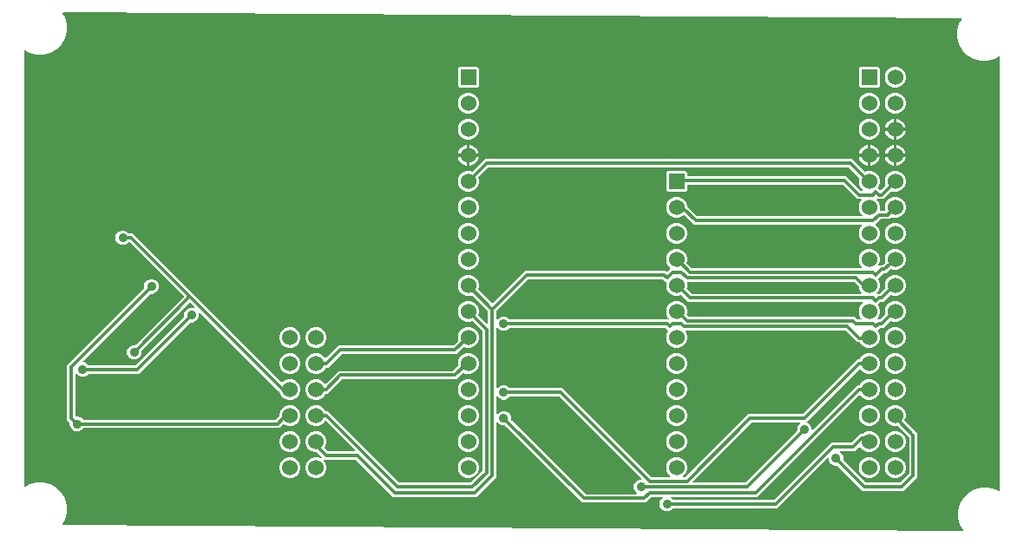
<source format=gbr>
G04 EAGLE Gerber RS-274X export*
G75*
%MOMM*%
%FSLAX34Y34*%
%LPD*%
%INBottom Copper*%
%IPPOS*%
%AMOC8*
5,1,8,0,0,1.08239X$1,22.5*%
G01*
%ADD10R,1.530000X1.530000*%
%ADD11C,1.530000*%
%ADD12C,0.756400*%
%ADD13C,0.304800*%
%ADD14C,0.914400*%

G36*
X925340Y308932D02*
X925340Y308932D01*
X925438Y308941D01*
X925461Y308951D01*
X925487Y308955D01*
X925573Y309000D01*
X925663Y309039D01*
X925682Y309057D01*
X925705Y309069D01*
X925773Y309139D01*
X925845Y309205D01*
X925857Y309227D01*
X925875Y309246D01*
X925917Y309334D01*
X925965Y309420D01*
X925969Y309445D01*
X925980Y309468D01*
X925992Y309566D01*
X926010Y309661D01*
X926006Y309687D01*
X926009Y309712D01*
X925989Y309808D01*
X925975Y309905D01*
X925962Y309934D01*
X925958Y309953D01*
X925942Y309982D01*
X925908Y310059D01*
X923042Y315022D01*
X921259Y321676D01*
X921259Y328564D01*
X923042Y335218D01*
X926486Y341183D01*
X931357Y346054D01*
X937322Y349498D01*
X943976Y351281D01*
X950864Y351281D01*
X957518Y349498D01*
X960757Y347627D01*
X960847Y347594D01*
X960933Y347554D01*
X960961Y347550D01*
X960987Y347540D01*
X961083Y347537D01*
X961177Y347526D01*
X961205Y347532D01*
X961233Y347531D01*
X961325Y347559D01*
X961418Y347579D01*
X961442Y347593D01*
X961469Y347601D01*
X961547Y347656D01*
X961629Y347705D01*
X961647Y347726D01*
X961670Y347743D01*
X961727Y347819D01*
X961789Y347892D01*
X961799Y347918D01*
X961816Y347941D01*
X961845Y348031D01*
X961881Y348120D01*
X961885Y348155D01*
X961891Y348175D01*
X961891Y348208D01*
X961899Y348287D01*
X961899Y771317D01*
X961884Y771411D01*
X961875Y771506D01*
X961864Y771531D01*
X961860Y771559D01*
X961815Y771644D01*
X961777Y771731D01*
X961758Y771752D01*
X961744Y771777D01*
X961675Y771842D01*
X961611Y771913D01*
X961587Y771927D01*
X961566Y771946D01*
X961480Y771986D01*
X961396Y772033D01*
X961369Y772038D01*
X961343Y772050D01*
X961248Y772060D01*
X961155Y772078D01*
X961127Y772074D01*
X961099Y772077D01*
X961005Y772057D01*
X960911Y772043D01*
X960879Y772029D01*
X960858Y772025D01*
X960830Y772008D01*
X960757Y771976D01*
X956248Y769372D01*
X949594Y767589D01*
X942706Y767589D01*
X936052Y769372D01*
X930087Y772816D01*
X925216Y777687D01*
X921772Y783652D01*
X919989Y790306D01*
X919989Y797194D01*
X921772Y803848D01*
X924206Y808064D01*
X924239Y808151D01*
X924279Y808235D01*
X924283Y808265D01*
X924293Y808294D01*
X924297Y808387D01*
X924308Y808479D01*
X924301Y808509D01*
X924302Y808540D01*
X924276Y808629D01*
X924257Y808720D01*
X924241Y808746D01*
X924233Y808776D01*
X924179Y808852D01*
X924132Y808932D01*
X924109Y808952D01*
X924091Y808977D01*
X924017Y809032D01*
X923946Y809093D01*
X923918Y809105D01*
X923893Y809123D01*
X923805Y809151D01*
X923719Y809186D01*
X923680Y809191D01*
X923659Y809198D01*
X923626Y809197D01*
X923552Y809206D01*
X48373Y814923D01*
X48277Y814908D01*
X48179Y814899D01*
X48156Y814889D01*
X48130Y814885D01*
X48043Y814840D01*
X47954Y814800D01*
X47935Y814783D01*
X47912Y814771D01*
X47844Y814701D01*
X47772Y814635D01*
X47759Y814613D01*
X47742Y814594D01*
X47700Y814505D01*
X47652Y814420D01*
X47647Y814395D01*
X47636Y814372D01*
X47625Y814274D01*
X47607Y814178D01*
X47611Y814153D01*
X47608Y814127D01*
X47628Y814032D01*
X47642Y813935D01*
X47654Y813905D01*
X47658Y813887D01*
X47675Y813858D01*
X47709Y813781D01*
X49778Y810198D01*
X51561Y803544D01*
X51561Y796656D01*
X49778Y790002D01*
X46334Y784037D01*
X41463Y779166D01*
X35498Y775722D01*
X28844Y773939D01*
X21956Y773939D01*
X15302Y775722D01*
X11303Y778031D01*
X11214Y778065D01*
X11127Y778105D01*
X11099Y778108D01*
X11073Y778118D01*
X10977Y778122D01*
X10883Y778132D01*
X10855Y778126D01*
X10827Y778127D01*
X10735Y778100D01*
X10642Y778080D01*
X10618Y778066D01*
X10591Y778058D01*
X10513Y778003D01*
X10431Y777954D01*
X10413Y777932D01*
X10390Y777916D01*
X10333Y777840D01*
X10271Y777767D01*
X10261Y777741D01*
X10244Y777718D01*
X10215Y777627D01*
X10179Y777539D01*
X10175Y777504D01*
X10169Y777484D01*
X10169Y777451D01*
X10161Y777372D01*
X10161Y352928D01*
X10176Y352834D01*
X10185Y352739D01*
X10196Y352713D01*
X10200Y352685D01*
X10245Y352601D01*
X10283Y352514D01*
X10302Y352493D01*
X10316Y352468D01*
X10385Y352402D01*
X10449Y352332D01*
X10473Y352318D01*
X10494Y352298D01*
X10580Y352258D01*
X10664Y352212D01*
X10691Y352207D01*
X10717Y352195D01*
X10812Y352184D01*
X10905Y352167D01*
X10933Y352171D01*
X10961Y352168D01*
X11055Y352188D01*
X11149Y352201D01*
X11181Y352216D01*
X11202Y352220D01*
X11230Y352237D01*
X11303Y352269D01*
X15302Y354578D01*
X21956Y356361D01*
X28844Y356361D01*
X35498Y354578D01*
X41463Y351134D01*
X46334Y346263D01*
X49778Y340298D01*
X51561Y333644D01*
X51561Y326756D01*
X49778Y320102D01*
X47288Y315790D01*
X47255Y315703D01*
X47215Y315619D01*
X47212Y315588D01*
X47201Y315560D01*
X47198Y315467D01*
X47187Y315374D01*
X47193Y315344D01*
X47192Y315314D01*
X47218Y315225D01*
X47237Y315134D01*
X47253Y315107D01*
X47262Y315078D01*
X47315Y315002D01*
X47362Y314922D01*
X47386Y314902D01*
X47403Y314877D01*
X47478Y314822D01*
X47548Y314761D01*
X47577Y314749D01*
X47601Y314731D01*
X47690Y314703D01*
X47776Y314667D01*
X47814Y314663D01*
X47836Y314656D01*
X47868Y314656D01*
X47942Y314648D01*
X925244Y308917D01*
X925340Y308932D01*
G37*
%LPC*%
G36*
X635617Y328167D02*
X635617Y328167D01*
X633003Y329250D01*
X631002Y331251D01*
X629919Y333865D01*
X629919Y336695D01*
X631002Y339309D01*
X632785Y341092D01*
X632827Y341150D01*
X632876Y341202D01*
X632898Y341249D01*
X632928Y341291D01*
X632949Y341360D01*
X632980Y341425D01*
X632985Y341477D01*
X633001Y341527D01*
X632999Y341598D01*
X633007Y341669D01*
X632996Y341720D01*
X632994Y341772D01*
X632970Y341840D01*
X632955Y341910D01*
X632928Y341955D01*
X632910Y342003D01*
X632865Y342059D01*
X632828Y342121D01*
X632789Y342155D01*
X632756Y342195D01*
X632696Y342234D01*
X632641Y342281D01*
X632593Y342300D01*
X632549Y342328D01*
X632480Y342346D01*
X632413Y342373D01*
X632342Y342381D01*
X632311Y342389D01*
X632287Y342387D01*
X632247Y342391D01*
X622267Y342391D01*
X622177Y342377D01*
X622086Y342369D01*
X622056Y342357D01*
X622024Y342352D01*
X621944Y342309D01*
X621860Y342273D01*
X621828Y342247D01*
X621807Y342236D01*
X621785Y342213D01*
X621729Y342168D01*
X616364Y336803D01*
X554322Y336803D01*
X479361Y411764D01*
X479287Y411817D01*
X479218Y411877D01*
X479188Y411889D01*
X479162Y411908D01*
X479075Y411935D01*
X478990Y411969D01*
X478949Y411973D01*
X478927Y411980D01*
X478894Y411979D01*
X478823Y411987D01*
X476359Y411987D01*
X473745Y413070D01*
X471962Y414853D01*
X471904Y414895D01*
X471852Y414944D01*
X471805Y414966D01*
X471763Y414996D01*
X471694Y415017D01*
X471629Y415048D01*
X471577Y415053D01*
X471527Y415069D01*
X471456Y415067D01*
X471385Y415075D01*
X471334Y415064D01*
X471282Y415062D01*
X471214Y415038D01*
X471144Y415023D01*
X471099Y414996D01*
X471051Y414978D01*
X470995Y414933D01*
X470933Y414896D01*
X470899Y414857D01*
X470859Y414824D01*
X470820Y414764D01*
X470773Y414709D01*
X470754Y414661D01*
X470726Y414617D01*
X470708Y414548D01*
X470681Y414481D01*
X470673Y414410D01*
X470665Y414379D01*
X470667Y414355D01*
X470663Y414315D01*
X470663Y361536D01*
X451518Y342391D01*
X369918Y342391D01*
X333819Y378490D01*
X333745Y378543D01*
X333676Y378603D01*
X333646Y378615D01*
X333620Y378634D01*
X333533Y378661D01*
X333448Y378695D01*
X333407Y378699D01*
X333384Y378706D01*
X333352Y378705D01*
X333281Y378713D01*
X303016Y378713D01*
X302946Y378702D01*
X302874Y378700D01*
X302825Y378682D01*
X302774Y378674D01*
X302710Y378640D01*
X302643Y378615D01*
X302602Y378583D01*
X302556Y378558D01*
X302507Y378506D01*
X302451Y378462D01*
X302423Y378418D01*
X302387Y378380D01*
X302357Y378315D01*
X302318Y378255D01*
X302305Y378204D01*
X302283Y378157D01*
X302275Y378086D01*
X302258Y378016D01*
X302262Y377964D01*
X302256Y377913D01*
X302271Y377842D01*
X302277Y377771D01*
X302297Y377723D01*
X302308Y377672D01*
X302345Y377611D01*
X302373Y377545D01*
X302418Y377489D01*
X302435Y377461D01*
X302452Y377446D01*
X302478Y377414D01*
X303279Y376613D01*
X304831Y372867D01*
X304831Y368813D01*
X303279Y365067D01*
X300413Y362201D01*
X296667Y360649D01*
X292613Y360649D01*
X288867Y362201D01*
X286001Y365067D01*
X284449Y368813D01*
X284449Y372867D01*
X286001Y376613D01*
X288867Y379479D01*
X292613Y381031D01*
X296667Y381031D01*
X299751Y379753D01*
X299818Y379738D01*
X299833Y379731D01*
X299851Y379729D01*
X299939Y379702D01*
X299965Y379703D01*
X299991Y379697D01*
X300087Y379706D01*
X300185Y379709D01*
X300210Y379718D01*
X300236Y379720D01*
X300324Y379760D01*
X300416Y379793D01*
X300436Y379810D01*
X300460Y379820D01*
X300532Y379886D01*
X300608Y379947D01*
X300622Y379969D01*
X300641Y379987D01*
X300688Y380072D01*
X300741Y380154D01*
X300747Y380179D01*
X300760Y380202D01*
X300777Y380298D01*
X300801Y380392D01*
X300799Y380418D01*
X300804Y380444D01*
X300790Y380541D01*
X300782Y380638D01*
X300772Y380662D01*
X300768Y380687D01*
X300724Y380774D01*
X300686Y380864D01*
X300665Y380889D01*
X300656Y380907D01*
X300633Y380930D01*
X300613Y380955D01*
X300607Y380965D01*
X300600Y380971D01*
X300581Y380995D01*
X300258Y381317D01*
X295749Y385826D01*
X295675Y385879D01*
X295606Y385939D01*
X295576Y385951D01*
X295550Y385970D01*
X295463Y385997D01*
X295378Y386031D01*
X295337Y386035D01*
X295314Y386042D01*
X295282Y386041D01*
X295211Y386049D01*
X292613Y386049D01*
X288867Y387601D01*
X286001Y390467D01*
X284449Y394213D01*
X284449Y398267D01*
X286001Y402013D01*
X288867Y404879D01*
X292613Y406431D01*
X296667Y406431D01*
X300413Y404879D01*
X303279Y402013D01*
X304831Y398267D01*
X304831Y394213D01*
X303276Y390461D01*
X303250Y390347D01*
X303221Y390233D01*
X303222Y390227D01*
X303220Y390221D01*
X303231Y390104D01*
X303240Y389988D01*
X303243Y389983D01*
X303243Y389976D01*
X303291Y389869D01*
X303337Y389762D01*
X303341Y389756D01*
X303343Y389751D01*
X303356Y389738D01*
X303441Y389631D01*
X306007Y387066D01*
X306081Y387013D01*
X306150Y386953D01*
X306180Y386941D01*
X306206Y386922D01*
X306293Y386895D01*
X306378Y386861D01*
X306419Y386857D01*
X306442Y386850D01*
X306474Y386851D01*
X306545Y386843D01*
X332011Y386843D01*
X332082Y386854D01*
X332154Y386856D01*
X332203Y386874D01*
X332254Y386882D01*
X332317Y386916D01*
X332385Y386941D01*
X332425Y386973D01*
X332471Y386998D01*
X332521Y387049D01*
X332577Y387094D01*
X332605Y387138D01*
X332641Y387176D01*
X332671Y387241D01*
X332710Y387301D01*
X332722Y387352D01*
X332744Y387399D01*
X332752Y387470D01*
X332770Y387540D01*
X332766Y387592D01*
X332771Y387643D01*
X332756Y387714D01*
X332750Y387785D01*
X332730Y387833D01*
X332719Y387884D01*
X332682Y387945D01*
X332654Y388011D01*
X332609Y388067D01*
X332593Y388095D01*
X332575Y388110D01*
X332549Y388142D01*
X304537Y416154D01*
X304500Y416181D01*
X304469Y416215D01*
X304401Y416253D01*
X304338Y416298D01*
X304294Y416311D01*
X304253Y416333D01*
X304177Y416347D01*
X304103Y416370D01*
X304057Y416369D01*
X304011Y416377D01*
X303934Y416366D01*
X303857Y416364D01*
X303813Y416348D01*
X303768Y416341D01*
X303699Y416306D01*
X303626Y416279D01*
X303590Y416251D01*
X303549Y416230D01*
X303494Y416174D01*
X303434Y416126D01*
X303409Y416087D01*
X303377Y416054D01*
X303311Y415935D01*
X303301Y415919D01*
X303299Y415914D01*
X303296Y415907D01*
X303279Y415867D01*
X300413Y413001D01*
X296667Y411449D01*
X292613Y411449D01*
X288867Y413001D01*
X286001Y415867D01*
X284449Y419613D01*
X284449Y423667D01*
X286001Y427413D01*
X288867Y430279D01*
X292613Y431831D01*
X296667Y431831D01*
X300413Y430279D01*
X303279Y427413D01*
X303687Y426429D01*
X303748Y426329D01*
X303808Y426229D01*
X303813Y426225D01*
X303816Y426220D01*
X303906Y426145D01*
X303995Y426069D01*
X304001Y426067D01*
X304006Y426063D01*
X304114Y426021D01*
X304223Y425977D01*
X304231Y425976D01*
X304236Y425975D01*
X304254Y425974D01*
X304390Y425959D01*
X306230Y425959D01*
X375857Y356332D01*
X375931Y356279D01*
X376000Y356219D01*
X376030Y356207D01*
X376056Y356188D01*
X376143Y356161D01*
X376228Y356127D01*
X376269Y356123D01*
X376292Y356116D01*
X376324Y356117D01*
X376395Y356109D01*
X445041Y356109D01*
X445131Y356123D01*
X445222Y356131D01*
X445252Y356143D01*
X445284Y356148D01*
X445364Y356191D01*
X445448Y356227D01*
X445480Y356253D01*
X445501Y356264D01*
X445506Y356269D01*
X445507Y356269D01*
X445524Y356288D01*
X445579Y356332D01*
X456722Y367475D01*
X456775Y367549D01*
X456835Y367618D01*
X456847Y367648D01*
X456866Y367674D01*
X456893Y367761D01*
X456927Y367846D01*
X456931Y367887D01*
X456938Y367910D01*
X456937Y367942D01*
X456945Y368013D01*
X456945Y503715D01*
X456931Y503805D01*
X456923Y503896D01*
X456911Y503926D01*
X456906Y503958D01*
X456863Y504038D01*
X456827Y504122D01*
X456801Y504154D01*
X456790Y504175D01*
X456767Y504197D01*
X456722Y504253D01*
X447504Y513471D01*
X447429Y513526D01*
X447362Y513583D01*
X447339Y513592D01*
X447316Y513609D01*
X447310Y513611D01*
X447304Y513615D01*
X447208Y513645D01*
X447134Y513675D01*
X447106Y513678D01*
X447082Y513686D01*
X447075Y513685D01*
X447069Y513687D01*
X447028Y513686D01*
X446967Y513693D01*
X446963Y513693D01*
X446907Y513684D01*
X446836Y513683D01*
X446828Y513681D01*
X446824Y513681D01*
X446806Y513675D01*
X446749Y513658D01*
X446720Y513653D01*
X446704Y513645D01*
X446675Y513636D01*
X445257Y513049D01*
X441203Y513049D01*
X437457Y514601D01*
X434591Y517467D01*
X433039Y521213D01*
X433039Y525267D01*
X434591Y529013D01*
X437457Y531879D01*
X441203Y533431D01*
X445257Y533431D01*
X449003Y531879D01*
X451869Y529013D01*
X453421Y525267D01*
X453421Y521213D01*
X452982Y520155D01*
X452956Y520041D01*
X452927Y519928D01*
X452928Y519921D01*
X452926Y519915D01*
X452937Y519799D01*
X452946Y519682D01*
X452949Y519677D01*
X452949Y519670D01*
X452997Y519563D01*
X453043Y519456D01*
X453047Y519450D01*
X453049Y519446D01*
X453062Y519432D01*
X453147Y519325D01*
X461234Y511239D01*
X461292Y511197D01*
X461344Y511147D01*
X461391Y511125D01*
X461433Y511095D01*
X461502Y511074D01*
X461567Y511044D01*
X461619Y511038D01*
X461669Y511023D01*
X461740Y511025D01*
X461811Y511017D01*
X461862Y511028D01*
X461914Y511029D01*
X461982Y511054D01*
X462052Y511069D01*
X462096Y511096D01*
X462145Y511114D01*
X462201Y511158D01*
X462263Y511195D01*
X462297Y511235D01*
X462337Y511267D01*
X462376Y511328D01*
X462423Y511382D01*
X462442Y511430D01*
X462470Y511474D01*
X462488Y511544D01*
X462515Y511610D01*
X462523Y511682D01*
X462531Y511713D01*
X462529Y511736D01*
X462533Y511777D01*
X462533Y523273D01*
X462519Y523363D01*
X462511Y523454D01*
X462499Y523484D01*
X462494Y523516D01*
X462451Y523596D01*
X462415Y523680D01*
X462389Y523712D01*
X462378Y523733D01*
X462355Y523755D01*
X462310Y523811D01*
X447325Y538797D01*
X447231Y538865D01*
X447136Y538935D01*
X447130Y538937D01*
X447125Y538941D01*
X447014Y538975D01*
X446902Y539011D01*
X446896Y539011D01*
X446890Y539013D01*
X446773Y539010D01*
X446656Y539009D01*
X446649Y539007D01*
X446644Y539007D01*
X446626Y539000D01*
X446495Y538962D01*
X445257Y538449D01*
X441203Y538449D01*
X437457Y540001D01*
X434591Y542867D01*
X433039Y546613D01*
X433039Y550667D01*
X434591Y554413D01*
X437457Y557279D01*
X441203Y558831D01*
X445257Y558831D01*
X449003Y557279D01*
X451869Y554413D01*
X453421Y550667D01*
X453421Y546613D01*
X452908Y545375D01*
X452881Y545261D01*
X452853Y545148D01*
X452853Y545142D01*
X452852Y545136D01*
X452863Y545019D01*
X452872Y544903D01*
X452874Y544897D01*
X452875Y544891D01*
X452923Y544783D01*
X452968Y544676D01*
X452973Y544671D01*
X452975Y544666D01*
X452988Y544652D01*
X453073Y544545D01*
X466060Y531559D01*
X466076Y531547D01*
X466088Y531531D01*
X466176Y531475D01*
X466259Y531415D01*
X466278Y531409D01*
X466295Y531398D01*
X466396Y531373D01*
X466495Y531343D01*
X466514Y531343D01*
X466534Y531338D01*
X466637Y531346D01*
X466740Y531349D01*
X466759Y531356D01*
X466779Y531358D01*
X466874Y531398D01*
X466971Y531434D01*
X466987Y531446D01*
X467005Y531454D01*
X467136Y531559D01*
X498442Y562865D01*
X635922Y562865D01*
X636494Y562293D01*
X636510Y562281D01*
X636522Y562265D01*
X636610Y562209D01*
X636693Y562149D01*
X636712Y562143D01*
X636729Y562132D01*
X636830Y562107D01*
X636929Y562077D01*
X636948Y562077D01*
X636968Y562072D01*
X637071Y562080D01*
X637174Y562083D01*
X637193Y562090D01*
X637213Y562092D01*
X637308Y562132D01*
X637405Y562168D01*
X637421Y562180D01*
X637439Y562188D01*
X637570Y562293D01*
X640130Y564852D01*
X640141Y564868D01*
X640157Y564881D01*
X640213Y564968D01*
X640273Y565052D01*
X640279Y565071D01*
X640290Y565088D01*
X640315Y565188D01*
X640346Y565287D01*
X640345Y565307D01*
X640350Y565326D01*
X640342Y565429D01*
X640339Y565533D01*
X640332Y565551D01*
X640331Y565571D01*
X640290Y565666D01*
X640255Y565764D01*
X640242Y565779D01*
X640234Y565798D01*
X640130Y565929D01*
X637791Y568267D01*
X636239Y572013D01*
X636239Y576067D01*
X637791Y579813D01*
X640657Y582679D01*
X644403Y584231D01*
X648457Y584231D01*
X652203Y582679D01*
X655069Y579813D01*
X656621Y576067D01*
X656621Y572013D01*
X656257Y571134D01*
X656230Y571021D01*
X656202Y570907D01*
X656202Y570901D01*
X656201Y570895D01*
X656212Y570778D01*
X656221Y570662D01*
X656223Y570656D01*
X656224Y570650D01*
X656272Y570542D01*
X656317Y570436D01*
X656322Y570430D01*
X656324Y570425D01*
X656336Y570411D01*
X656422Y570305D01*
X660845Y565882D01*
X660919Y565829D01*
X660988Y565769D01*
X661018Y565757D01*
X661044Y565738D01*
X661132Y565711D01*
X661216Y565677D01*
X661257Y565673D01*
X661280Y565666D01*
X661312Y565667D01*
X661383Y565659D01*
X826522Y565659D01*
X826592Y565670D01*
X826664Y565672D01*
X826713Y565690D01*
X826764Y565698D01*
X826828Y565732D01*
X826895Y565757D01*
X826936Y565789D01*
X826982Y565814D01*
X827031Y565866D01*
X827087Y565910D01*
X827115Y565954D01*
X827151Y565992D01*
X827181Y566057D01*
X827220Y566117D01*
X827233Y566168D01*
X827255Y566215D01*
X827263Y566286D01*
X827280Y566356D01*
X827276Y566408D01*
X827282Y566459D01*
X827267Y566530D01*
X827261Y566601D01*
X827241Y566649D01*
X827230Y566700D01*
X827193Y566761D01*
X827165Y566827D01*
X827120Y566883D01*
X827103Y566911D01*
X827086Y566926D01*
X827060Y566958D01*
X825751Y568267D01*
X824199Y572013D01*
X824199Y576067D01*
X825751Y579813D01*
X828617Y582679D01*
X832363Y584231D01*
X836417Y584231D01*
X840163Y582679D01*
X843029Y579813D01*
X844581Y576067D01*
X844581Y572013D01*
X843303Y568929D01*
X843281Y568834D01*
X843252Y568741D01*
X843253Y568715D01*
X843247Y568689D01*
X843256Y568593D01*
X843259Y568495D01*
X843268Y568470D01*
X843270Y568444D01*
X843310Y568355D01*
X843343Y568264D01*
X843360Y568244D01*
X843370Y568220D01*
X843436Y568148D01*
X843497Y568072D01*
X843519Y568058D01*
X843537Y568039D01*
X843622Y567991D01*
X843704Y567939D01*
X843729Y567933D01*
X843752Y567920D01*
X843848Y567903D01*
X843942Y567879D01*
X843968Y567881D01*
X843994Y567876D01*
X844091Y567890D01*
X844188Y567898D01*
X844212Y567908D01*
X844237Y567912D01*
X844324Y567956D01*
X844414Y567994D01*
X844439Y568015D01*
X844457Y568024D01*
X844480Y568047D01*
X844545Y568099D01*
X844898Y568453D01*
X847377Y568453D01*
X847467Y568467D01*
X847558Y568475D01*
X847588Y568487D01*
X847620Y568492D01*
X847700Y568535D01*
X847784Y568571D01*
X847817Y568597D01*
X847837Y568608D01*
X847859Y568631D01*
X847915Y568676D01*
X849724Y570484D01*
X849792Y570579D01*
X849862Y570673D01*
X849864Y570679D01*
X849867Y570684D01*
X849902Y570796D01*
X849938Y570907D01*
X849938Y570913D01*
X849940Y570919D01*
X849937Y571036D01*
X849936Y571153D01*
X849934Y571160D01*
X849933Y571165D01*
X849927Y571182D01*
X849889Y571314D01*
X849599Y572013D01*
X849599Y576067D01*
X851151Y579813D01*
X854017Y582679D01*
X857763Y584231D01*
X861817Y584231D01*
X865563Y582679D01*
X868429Y579813D01*
X869981Y576067D01*
X869981Y572013D01*
X868429Y568267D01*
X865563Y565401D01*
X861817Y563849D01*
X857763Y563849D01*
X855986Y564585D01*
X855873Y564612D01*
X855759Y564640D01*
X855753Y564640D01*
X855747Y564641D01*
X855630Y564630D01*
X855514Y564621D01*
X855508Y564619D01*
X855502Y564618D01*
X855394Y564570D01*
X855288Y564525D01*
X855282Y564520D01*
X855277Y564518D01*
X855263Y564506D01*
X855157Y564420D01*
X851060Y560323D01*
X848581Y560323D01*
X848491Y560309D01*
X848400Y560301D01*
X848370Y560289D01*
X848338Y560284D01*
X848258Y560241D01*
X848174Y560205D01*
X848142Y560179D01*
X848121Y560168D01*
X848099Y560145D01*
X848043Y560100D01*
X843191Y555249D01*
X843124Y555155D01*
X843054Y555060D01*
X843052Y555054D01*
X843048Y555049D01*
X843014Y554938D01*
X842977Y554827D01*
X842977Y554820D01*
X842976Y554814D01*
X842979Y554697D01*
X842980Y554581D01*
X842982Y554573D01*
X842982Y554568D01*
X842988Y554551D01*
X843026Y554419D01*
X844581Y550667D01*
X844581Y546613D01*
X843029Y542867D01*
X841974Y541812D01*
X841932Y541754D01*
X841883Y541702D01*
X841861Y541655D01*
X841831Y541613D01*
X841809Y541544D01*
X841779Y541479D01*
X841774Y541427D01*
X841758Y541377D01*
X841760Y541306D01*
X841752Y541235D01*
X841763Y541184D01*
X841765Y541132D01*
X841789Y541064D01*
X841804Y540994D01*
X841831Y540949D01*
X841849Y540901D01*
X841894Y540845D01*
X841931Y540783D01*
X841970Y540749D01*
X842003Y540709D01*
X842063Y540670D01*
X842118Y540623D01*
X842166Y540604D01*
X842210Y540576D01*
X842279Y540558D01*
X842346Y540531D01*
X842417Y540523D01*
X842448Y540515D01*
X842471Y540517D01*
X842512Y540513D01*
X844583Y540513D01*
X844673Y540527D01*
X844764Y540535D01*
X844794Y540547D01*
X844826Y540552D01*
X844906Y540595D01*
X844990Y540631D01*
X845022Y540657D01*
X845043Y540668D01*
X845065Y540691D01*
X845121Y540736D01*
X849649Y545264D01*
X849718Y545359D01*
X849787Y545453D01*
X849789Y545458D01*
X849793Y545464D01*
X849827Y545575D01*
X849864Y545686D01*
X849864Y545693D01*
X849865Y545699D01*
X849862Y545815D01*
X849861Y545932D01*
X849859Y545940D01*
X849859Y545945D01*
X849853Y545962D01*
X849814Y546093D01*
X849599Y546613D01*
X849599Y550667D01*
X851151Y554413D01*
X854017Y557279D01*
X857763Y558831D01*
X861817Y558831D01*
X865563Y557279D01*
X868429Y554413D01*
X869981Y550667D01*
X869981Y546613D01*
X868429Y542867D01*
X865563Y540001D01*
X861817Y538449D01*
X857763Y538449D01*
X855807Y539260D01*
X855693Y539286D01*
X855579Y539315D01*
X855573Y539314D01*
X855567Y539316D01*
X855451Y539305D01*
X855334Y539296D01*
X855329Y539293D01*
X855322Y539293D01*
X855215Y539245D01*
X855108Y539199D01*
X855102Y539195D01*
X855098Y539193D01*
X855084Y539180D01*
X854977Y539095D01*
X848266Y532383D01*
X845787Y532383D01*
X845697Y532369D01*
X845606Y532361D01*
X845576Y532349D01*
X845544Y532344D01*
X845464Y532301D01*
X845380Y532265D01*
X845347Y532239D01*
X845327Y532228D01*
X845305Y532205D01*
X845249Y532160D01*
X843103Y530015D01*
X843092Y529999D01*
X843076Y529986D01*
X843020Y529899D01*
X842960Y529815D01*
X842954Y529796D01*
X842943Y529779D01*
X842918Y529679D01*
X842887Y529580D01*
X842888Y529560D01*
X842883Y529541D01*
X842891Y529438D01*
X842894Y529334D01*
X842901Y529315D01*
X842902Y529295D01*
X842943Y529200D01*
X842978Y529103D01*
X842991Y529088D01*
X842999Y529069D01*
X843013Y529051D01*
X844581Y525267D01*
X844581Y521213D01*
X843029Y517467D01*
X842228Y516666D01*
X842186Y516608D01*
X842137Y516556D01*
X842115Y516509D01*
X842085Y516467D01*
X842063Y516398D01*
X842033Y516333D01*
X842028Y516281D01*
X842012Y516231D01*
X842014Y516160D01*
X842006Y516089D01*
X842017Y516038D01*
X842019Y515986D01*
X842043Y515918D01*
X842058Y515848D01*
X842085Y515803D01*
X842103Y515755D01*
X842148Y515699D01*
X842185Y515637D01*
X842224Y515603D01*
X842257Y515563D01*
X842317Y515524D01*
X842372Y515477D01*
X842420Y515458D01*
X842464Y515430D01*
X842533Y515412D01*
X842600Y515385D01*
X842671Y515377D01*
X842702Y515369D01*
X842725Y515371D01*
X842766Y515367D01*
X844583Y515367D01*
X844673Y515381D01*
X844764Y515389D01*
X844794Y515401D01*
X844826Y515406D01*
X844906Y515449D01*
X844990Y515485D01*
X845022Y515511D01*
X845043Y515522D01*
X845065Y515545D01*
X845121Y515590D01*
X849575Y520043D01*
X849623Y520110D01*
X849629Y520116D01*
X849631Y520122D01*
X849644Y520139D01*
X849713Y520232D01*
X849715Y520238D01*
X849719Y520243D01*
X849753Y520355D01*
X849789Y520466D01*
X849789Y520472D01*
X849791Y520478D01*
X849788Y520595D01*
X849787Y520712D01*
X849785Y520719D01*
X849785Y520724D01*
X849778Y520742D01*
X849740Y520873D01*
X849599Y521213D01*
X849599Y525267D01*
X851151Y529013D01*
X854017Y531879D01*
X857763Y533431D01*
X861817Y533431D01*
X865563Y531879D01*
X868429Y529013D01*
X869981Y525267D01*
X869981Y521213D01*
X868429Y517467D01*
X865563Y514601D01*
X861817Y513049D01*
X857763Y513049D01*
X855627Y513934D01*
X855513Y513961D01*
X855400Y513989D01*
X855394Y513989D01*
X855388Y513990D01*
X855271Y513979D01*
X855155Y513970D01*
X855149Y513968D01*
X855143Y513967D01*
X855035Y513919D01*
X854928Y513874D01*
X854923Y513869D01*
X854918Y513867D01*
X854904Y513854D01*
X854797Y513769D01*
X848266Y507237D01*
X845787Y507237D01*
X845697Y507223D01*
X845606Y507215D01*
X845576Y507203D01*
X845544Y507198D01*
X845464Y507155D01*
X845380Y507119D01*
X845347Y507093D01*
X845327Y507082D01*
X845305Y507059D01*
X845249Y507014D01*
X842976Y504742D01*
X842965Y504726D01*
X842949Y504713D01*
X842893Y504626D01*
X842833Y504542D01*
X842827Y504523D01*
X842816Y504506D01*
X842791Y504406D01*
X842760Y504307D01*
X842761Y504287D01*
X842756Y504268D01*
X842764Y504165D01*
X842767Y504061D01*
X842774Y504043D01*
X842775Y504023D01*
X842816Y503928D01*
X842851Y503830D01*
X842864Y503815D01*
X842872Y503796D01*
X842976Y503665D01*
X843029Y503613D01*
X844581Y499867D01*
X844581Y495813D01*
X843029Y492067D01*
X840163Y489201D01*
X836417Y487649D01*
X832363Y487649D01*
X828617Y489201D01*
X825751Y492067D01*
X825448Y492797D01*
X825387Y492897D01*
X825327Y492997D01*
X825322Y493001D01*
X825319Y493006D01*
X825229Y493081D01*
X825140Y493157D01*
X825134Y493159D01*
X825129Y493163D01*
X825021Y493205D01*
X824912Y493249D01*
X824904Y493250D01*
X824900Y493251D01*
X824881Y493252D01*
X824745Y493267D01*
X822546Y493267D01*
X811593Y504220D01*
X811519Y504273D01*
X811450Y504333D01*
X811420Y504345D01*
X811394Y504364D01*
X811307Y504391D01*
X811222Y504425D01*
X811181Y504429D01*
X811158Y504436D01*
X811126Y504435D01*
X811055Y504443D01*
X655864Y504443D01*
X655819Y504436D01*
X655773Y504438D01*
X655698Y504416D01*
X655622Y504404D01*
X655581Y504382D01*
X655537Y504369D01*
X655473Y504325D01*
X655404Y504288D01*
X655373Y504255D01*
X655335Y504229D01*
X655289Y504166D01*
X655235Y504110D01*
X655216Y504068D01*
X655188Y504032D01*
X655164Y503958D01*
X655131Y503887D01*
X655126Y503841D01*
X655112Y503798D01*
X655113Y503720D01*
X655104Y503643D01*
X655114Y503598D01*
X655114Y503552D01*
X655153Y503420D01*
X655157Y503402D01*
X655159Y503398D01*
X655161Y503391D01*
X656621Y499867D01*
X656621Y495813D01*
X655069Y492067D01*
X652203Y489201D01*
X648457Y487649D01*
X644403Y487649D01*
X640657Y489201D01*
X637791Y492067D01*
X636239Y495813D01*
X636239Y499867D01*
X637791Y503613D01*
X637844Y503665D01*
X637855Y503682D01*
X637871Y503694D01*
X637927Y503781D01*
X637987Y503865D01*
X637993Y503884D01*
X638004Y503901D01*
X638029Y504001D01*
X638060Y504100D01*
X638059Y504120D01*
X638064Y504140D01*
X638056Y504243D01*
X638053Y504346D01*
X638046Y504365D01*
X638045Y504385D01*
X638004Y504480D01*
X637969Y504577D01*
X637956Y504593D01*
X637948Y504611D01*
X637844Y504742D01*
X635571Y507014D01*
X635497Y507067D01*
X635428Y507127D01*
X635398Y507139D01*
X635372Y507158D01*
X635284Y507185D01*
X635200Y507219D01*
X635159Y507223D01*
X635136Y507230D01*
X635104Y507229D01*
X635033Y507237D01*
X484084Y507237D01*
X483993Y507223D01*
X483903Y507215D01*
X483873Y507203D01*
X483841Y507198D01*
X483760Y507155D01*
X483676Y507119D01*
X483644Y507093D01*
X483623Y507082D01*
X483601Y507059D01*
X483545Y507014D01*
X481803Y505272D01*
X479189Y504189D01*
X476359Y504189D01*
X473745Y505272D01*
X471962Y507055D01*
X471904Y507097D01*
X471852Y507146D01*
X471805Y507168D01*
X471763Y507198D01*
X471694Y507219D01*
X471629Y507250D01*
X471577Y507255D01*
X471527Y507271D01*
X471456Y507269D01*
X471385Y507277D01*
X471334Y507266D01*
X471282Y507264D01*
X471214Y507240D01*
X471144Y507225D01*
X471099Y507198D01*
X471051Y507180D01*
X470995Y507135D01*
X470933Y507098D01*
X470899Y507059D01*
X470859Y507026D01*
X470820Y506966D01*
X470773Y506911D01*
X470754Y506863D01*
X470726Y506819D01*
X470708Y506750D01*
X470681Y506683D01*
X470673Y506612D01*
X470665Y506581D01*
X470667Y506557D01*
X470663Y506517D01*
X470663Y449031D01*
X470674Y448961D01*
X470676Y448889D01*
X470694Y448840D01*
X470702Y448789D01*
X470736Y448725D01*
X470761Y448658D01*
X470793Y448617D01*
X470818Y448571D01*
X470870Y448522D01*
X470914Y448466D01*
X470958Y448438D01*
X470996Y448402D01*
X471061Y448372D01*
X471121Y448333D01*
X471172Y448320D01*
X471219Y448298D01*
X471290Y448290D01*
X471360Y448273D01*
X471412Y448277D01*
X471463Y448271D01*
X471534Y448286D01*
X471605Y448292D01*
X471653Y448312D01*
X471704Y448323D01*
X471765Y448360D01*
X471831Y448388D01*
X471887Y448433D01*
X471915Y448450D01*
X471930Y448467D01*
X471962Y448493D01*
X473745Y450276D01*
X476359Y451359D01*
X479189Y451359D01*
X481803Y450276D01*
X483545Y448534D01*
X483619Y448481D01*
X483689Y448421D01*
X483719Y448409D01*
X483745Y448390D01*
X483832Y448363D01*
X483917Y448329D01*
X483958Y448325D01*
X483980Y448318D01*
X484012Y448319D01*
X484084Y448311D01*
X535338Y448311D01*
X537942Y445707D01*
X621729Y361920D01*
X621803Y361867D01*
X621872Y361807D01*
X621902Y361795D01*
X621928Y361776D01*
X622015Y361749D01*
X622100Y361715D01*
X622141Y361711D01*
X622164Y361704D01*
X622196Y361705D01*
X622267Y361697D01*
X639324Y361697D01*
X639394Y361708D01*
X639466Y361710D01*
X639515Y361728D01*
X639566Y361736D01*
X639630Y361770D01*
X639697Y361795D01*
X639738Y361827D01*
X639784Y361852D01*
X639833Y361904D01*
X639889Y361948D01*
X639917Y361992D01*
X639953Y362030D01*
X639983Y362095D01*
X640022Y362155D01*
X640035Y362206D01*
X640057Y362253D01*
X640065Y362324D01*
X640082Y362394D01*
X640078Y362446D01*
X640084Y362497D01*
X640069Y362568D01*
X640063Y362639D01*
X640043Y362687D01*
X640032Y362738D01*
X639995Y362799D01*
X639967Y362865D01*
X639922Y362921D01*
X639905Y362949D01*
X639888Y362964D01*
X639862Y362996D01*
X637791Y365067D01*
X636239Y368813D01*
X636239Y372867D01*
X637791Y376613D01*
X640657Y379479D01*
X644403Y381031D01*
X648457Y381031D01*
X652203Y379479D01*
X655069Y376613D01*
X656621Y372867D01*
X656621Y368813D01*
X655069Y365067D01*
X652998Y362996D01*
X652956Y362938D01*
X652907Y362886D01*
X652885Y362839D01*
X652855Y362797D01*
X652833Y362728D01*
X652803Y362663D01*
X652798Y362611D01*
X652782Y362561D01*
X652784Y362490D01*
X652776Y362419D01*
X652787Y362368D01*
X652789Y362316D01*
X652813Y362248D01*
X652828Y362178D01*
X652855Y362133D01*
X652873Y362085D01*
X652918Y362029D01*
X652955Y361967D01*
X652994Y361933D01*
X653027Y361893D01*
X653087Y361854D01*
X653142Y361807D01*
X653190Y361788D01*
X653234Y361760D01*
X653303Y361742D01*
X653370Y361715D01*
X653441Y361707D01*
X653472Y361699D01*
X653495Y361701D01*
X653536Y361697D01*
X654591Y361697D01*
X654681Y361711D01*
X654772Y361719D01*
X654802Y361731D01*
X654834Y361736D01*
X654914Y361779D01*
X654998Y361815D01*
X655030Y361841D01*
X655051Y361852D01*
X655073Y361875D01*
X655129Y361920D01*
X716374Y423165D01*
X769145Y423165D01*
X769235Y423179D01*
X769326Y423187D01*
X769356Y423199D01*
X769388Y423204D01*
X769468Y423247D01*
X769552Y423283D01*
X769584Y423309D01*
X769605Y423320D01*
X769627Y423343D01*
X769683Y423388D01*
X822546Y476251D01*
X824429Y476251D01*
X824544Y476270D01*
X824660Y476287D01*
X824666Y476289D01*
X824672Y476290D01*
X824775Y476345D01*
X824880Y476398D01*
X824884Y476403D01*
X824890Y476406D01*
X824969Y476490D01*
X825052Y476574D01*
X825056Y476580D01*
X825059Y476584D01*
X825067Y476601D01*
X825133Y476721D01*
X825751Y478213D01*
X828617Y481079D01*
X832363Y482631D01*
X836417Y482631D01*
X840163Y481079D01*
X843029Y478213D01*
X844581Y474467D01*
X844581Y470413D01*
X843029Y466667D01*
X840163Y463801D01*
X836417Y462249D01*
X832363Y462249D01*
X828617Y463801D01*
X825644Y466774D01*
X825628Y466786D01*
X825615Y466802D01*
X825553Y466841D01*
X825497Y466889D01*
X825468Y466900D01*
X825444Y466918D01*
X825425Y466924D01*
X825408Y466935D01*
X825337Y466953D01*
X825269Y466980D01*
X825238Y466981D01*
X825209Y466990D01*
X825189Y466990D01*
X825170Y466995D01*
X825096Y466989D01*
X825023Y466993D01*
X824993Y466985D01*
X824963Y466984D01*
X824945Y466977D01*
X824924Y466976D01*
X824857Y466947D01*
X824786Y466928D01*
X824760Y466910D01*
X824732Y466900D01*
X824717Y466887D01*
X824698Y466879D01*
X824604Y466804D01*
X824583Y466790D01*
X824577Y466783D01*
X824567Y466775D01*
X775432Y417639D01*
X773556Y415763D01*
X773529Y415726D01*
X773495Y415695D01*
X773457Y415626D01*
X773412Y415563D01*
X773399Y415520D01*
X773376Y415479D01*
X773363Y415403D01*
X773340Y415328D01*
X773341Y415282D01*
X773333Y415237D01*
X773344Y415160D01*
X773346Y415082D01*
X773362Y415039D01*
X773368Y414994D01*
X773404Y414925D01*
X773430Y414851D01*
X773459Y414816D01*
X773480Y414775D01*
X773536Y414720D01*
X773584Y414659D01*
X773623Y414635D01*
X773656Y414602D01*
X773775Y414536D01*
X773791Y414526D01*
X773796Y414525D01*
X773803Y414522D01*
X775173Y413954D01*
X777174Y411953D01*
X778257Y409339D01*
X778257Y408653D01*
X778268Y408582D01*
X778270Y408510D01*
X778288Y408462D01*
X778296Y408410D01*
X778330Y408347D01*
X778355Y408279D01*
X778387Y408239D01*
X778412Y408193D01*
X778464Y408143D01*
X778508Y408087D01*
X778552Y408059D01*
X778590Y408023D01*
X778655Y407993D01*
X778715Y407954D01*
X778766Y407942D01*
X778813Y407920D01*
X778884Y407912D01*
X778954Y407894D01*
X779006Y407898D01*
X779057Y407893D01*
X779128Y407908D01*
X779199Y407914D01*
X779247Y407934D01*
X779298Y407945D01*
X779359Y407982D01*
X779425Y408010D01*
X779481Y408055D01*
X779509Y408071D01*
X779524Y408089D01*
X779556Y408115D01*
X822546Y451105D01*
X824535Y451105D01*
X824649Y451124D01*
X824766Y451141D01*
X824771Y451143D01*
X824777Y451144D01*
X824880Y451199D01*
X824985Y451252D01*
X824989Y451257D01*
X824995Y451260D01*
X825075Y451344D01*
X825157Y451428D01*
X825161Y451434D01*
X825164Y451438D01*
X825172Y451455D01*
X825238Y451575D01*
X825751Y452813D01*
X828617Y455679D01*
X832363Y457231D01*
X836417Y457231D01*
X840163Y455679D01*
X843029Y452813D01*
X844581Y449067D01*
X844581Y445013D01*
X843029Y441267D01*
X840163Y438401D01*
X836417Y436849D01*
X832363Y436849D01*
X828617Y438401D01*
X825751Y441267D01*
X825734Y441307D01*
X825710Y441346D01*
X825694Y441389D01*
X825646Y441450D01*
X825605Y441516D01*
X825569Y441546D01*
X825541Y441581D01*
X825475Y441624D01*
X825415Y441673D01*
X825372Y441690D01*
X825334Y441714D01*
X825258Y441733D01*
X825186Y441761D01*
X825140Y441763D01*
X825095Y441774D01*
X825018Y441768D01*
X824940Y441772D01*
X824896Y441759D01*
X824850Y441755D01*
X824778Y441725D01*
X824704Y441703D01*
X824666Y441677D01*
X824624Y441659D01*
X824517Y441574D01*
X824502Y441563D01*
X824498Y441559D01*
X824493Y441554D01*
X725330Y342391D01*
X641817Y342391D01*
X641747Y342380D01*
X641675Y342378D01*
X641626Y342360D01*
X641575Y342352D01*
X641511Y342318D01*
X641444Y342293D01*
X641403Y342261D01*
X641357Y342236D01*
X641308Y342184D01*
X641252Y342140D01*
X641224Y342096D01*
X641188Y342058D01*
X641158Y341993D01*
X641119Y341933D01*
X641106Y341882D01*
X641084Y341835D01*
X641076Y341764D01*
X641059Y341694D01*
X641063Y341642D01*
X641057Y341591D01*
X641072Y341520D01*
X641078Y341449D01*
X641098Y341401D01*
X641109Y341350D01*
X641146Y341289D01*
X641174Y341223D01*
X641219Y341167D01*
X641236Y341139D01*
X641253Y341124D01*
X641279Y341092D01*
X642803Y339568D01*
X642877Y339515D01*
X642947Y339455D01*
X642977Y339443D01*
X643003Y339424D01*
X643090Y339397D01*
X643175Y339363D01*
X643216Y339359D01*
X643238Y339352D01*
X643270Y339353D01*
X643342Y339345D01*
X741205Y339345D01*
X741295Y339359D01*
X741386Y339367D01*
X741416Y339379D01*
X741448Y339384D01*
X741528Y339427D01*
X741612Y339463D01*
X741644Y339489D01*
X741665Y339500D01*
X741685Y339520D01*
X741687Y339522D01*
X741692Y339527D01*
X741743Y339568D01*
X794796Y392621D01*
X797400Y395225D01*
X816643Y395225D01*
X816733Y395239D01*
X816824Y395247D01*
X816854Y395259D01*
X816886Y395264D01*
X816966Y395307D01*
X817050Y395343D01*
X817082Y395369D01*
X817103Y395380D01*
X817125Y395403D01*
X817181Y395448D01*
X825340Y403607D01*
X827030Y403607D01*
X827120Y403621D01*
X827211Y403629D01*
X827240Y403641D01*
X827272Y403646D01*
X827353Y403689D01*
X827437Y403725D01*
X827469Y403751D01*
X827490Y403762D01*
X827512Y403785D01*
X827568Y403830D01*
X828617Y404879D01*
X832363Y406431D01*
X836417Y406431D01*
X840163Y404879D01*
X843029Y402013D01*
X844581Y398267D01*
X844581Y394213D01*
X843029Y390467D01*
X840163Y387601D01*
X836417Y386049D01*
X832363Y386049D01*
X828617Y387601D01*
X825751Y390467D01*
X825585Y390866D01*
X825561Y390906D01*
X825545Y390949D01*
X825497Y391009D01*
X825456Y391076D01*
X825420Y391105D01*
X825392Y391141D01*
X825326Y391183D01*
X825266Y391232D01*
X825224Y391249D01*
X825185Y391274D01*
X825109Y391293D01*
X825037Y391321D01*
X824991Y391322D01*
X824946Y391334D01*
X824869Y391328D01*
X824791Y391331D01*
X824747Y391318D01*
X824701Y391315D01*
X824630Y391284D01*
X824555Y391262D01*
X824517Y391236D01*
X824475Y391218D01*
X824368Y391133D01*
X824353Y391122D01*
X824350Y391118D01*
X824344Y391113D01*
X820326Y387095D01*
X806663Y387095D01*
X806593Y387084D01*
X806521Y387082D01*
X806472Y387064D01*
X806421Y387056D01*
X806357Y387022D01*
X806290Y386997D01*
X806249Y386965D01*
X806203Y386940D01*
X806154Y386888D01*
X806098Y386844D01*
X806070Y386800D01*
X806034Y386762D01*
X806004Y386697D01*
X805965Y386637D01*
X805952Y386586D01*
X805930Y386539D01*
X805922Y386468D01*
X805905Y386398D01*
X805909Y386346D01*
X805903Y386295D01*
X805918Y386224D01*
X805924Y386153D01*
X805944Y386105D01*
X805955Y386054D01*
X805992Y385993D01*
X806020Y385927D01*
X806065Y385871D01*
X806082Y385843D01*
X806099Y385828D01*
X806125Y385796D01*
X807908Y384013D01*
X808991Y381399D01*
X808991Y378935D01*
X808993Y378922D01*
X808992Y378912D01*
X809003Y378862D01*
X809005Y378845D01*
X809013Y378754D01*
X809025Y378724D01*
X809030Y378692D01*
X809073Y378612D01*
X809109Y378528D01*
X809135Y378496D01*
X809146Y378475D01*
X809169Y378453D01*
X809214Y378397D01*
X831279Y356332D01*
X831353Y356279D01*
X831422Y356219D01*
X831452Y356207D01*
X831478Y356188D01*
X831565Y356161D01*
X831650Y356127D01*
X831691Y356123D01*
X831714Y356116D01*
X831746Y356117D01*
X831817Y356109D01*
X864141Y356109D01*
X864231Y356123D01*
X864322Y356131D01*
X864352Y356143D01*
X864384Y356148D01*
X864464Y356191D01*
X864548Y356227D01*
X864580Y356253D01*
X864601Y356264D01*
X864606Y356269D01*
X864607Y356269D01*
X864624Y356288D01*
X864679Y356332D01*
X873028Y364681D01*
X873081Y364755D01*
X873141Y364824D01*
X873153Y364854D01*
X873172Y364880D01*
X873199Y364967D01*
X873233Y365052D01*
X873237Y365093D01*
X873244Y365116D01*
X873243Y365148D01*
X873251Y365219D01*
X873251Y400337D01*
X873237Y400427D01*
X873229Y400518D01*
X873217Y400548D01*
X873212Y400580D01*
X873169Y400660D01*
X873133Y400744D01*
X873107Y400776D01*
X873096Y400797D01*
X873073Y400819D01*
X873028Y400875D01*
X862627Y411276D01*
X862532Y411344D01*
X862439Y411414D01*
X862433Y411416D01*
X862428Y411420D01*
X862316Y411454D01*
X862205Y411490D01*
X862199Y411490D01*
X862193Y411492D01*
X862075Y411489D01*
X861959Y411488D01*
X861952Y411486D01*
X861947Y411486D01*
X861929Y411479D01*
X861825Y411449D01*
X857763Y411449D01*
X854017Y413001D01*
X851151Y415867D01*
X849599Y419613D01*
X849599Y423667D01*
X851151Y427413D01*
X854017Y430279D01*
X857763Y431831D01*
X861817Y431831D01*
X865563Y430279D01*
X868429Y427413D01*
X869981Y423667D01*
X869981Y419613D01*
X868947Y417118D01*
X868921Y417004D01*
X868892Y416891D01*
X868892Y416884D01*
X868891Y416878D01*
X868902Y416762D01*
X868911Y416645D01*
X868914Y416640D01*
X868914Y416633D01*
X868962Y416526D01*
X869007Y416419D01*
X869012Y416413D01*
X869014Y416409D01*
X869027Y416395D01*
X869112Y416288D01*
X881381Y404020D01*
X881381Y361536D01*
X867824Y347979D01*
X828134Y347979D01*
X825530Y350583D01*
X803465Y372648D01*
X803391Y372701D01*
X803322Y372761D01*
X803292Y372773D01*
X803266Y372792D01*
X803179Y372819D01*
X803094Y372853D01*
X803053Y372857D01*
X803031Y372864D01*
X802998Y372863D01*
X802927Y372871D01*
X800463Y372871D01*
X797849Y373954D01*
X795848Y375955D01*
X794765Y378569D01*
X794765Y379255D01*
X794754Y379326D01*
X794752Y379398D01*
X794734Y379446D01*
X794726Y379498D01*
X794692Y379561D01*
X794667Y379629D01*
X794635Y379669D01*
X794610Y379715D01*
X794558Y379765D01*
X794514Y379821D01*
X794470Y379849D01*
X794432Y379885D01*
X794367Y379915D01*
X794307Y379954D01*
X794256Y379966D01*
X794209Y379988D01*
X794138Y379996D01*
X794068Y380014D01*
X794016Y380010D01*
X793965Y380015D01*
X793894Y380000D01*
X793823Y379994D01*
X793775Y379974D01*
X793724Y379963D01*
X793663Y379926D01*
X793597Y379898D01*
X793541Y379853D01*
X793513Y379837D01*
X793498Y379819D01*
X793466Y379793D01*
X744888Y331215D01*
X643342Y331215D01*
X643251Y331201D01*
X643161Y331193D01*
X643131Y331181D01*
X643099Y331176D01*
X643018Y331133D01*
X642934Y331097D01*
X642902Y331071D01*
X642881Y331060D01*
X642859Y331037D01*
X642803Y330992D01*
X641061Y329250D01*
X638447Y328167D01*
X635617Y328167D01*
G37*
%LPD*%
%LPC*%
G36*
X832363Y589249D02*
X832363Y589249D01*
X828617Y590801D01*
X825751Y593667D01*
X824199Y597413D01*
X824199Y601467D01*
X825751Y605213D01*
X827060Y606522D01*
X827102Y606580D01*
X827151Y606632D01*
X827173Y606679D01*
X827203Y606721D01*
X827225Y606790D01*
X827255Y606855D01*
X827260Y606907D01*
X827276Y606957D01*
X827274Y607028D01*
X827282Y607099D01*
X827271Y607150D01*
X827269Y607202D01*
X827245Y607270D01*
X827230Y607340D01*
X827203Y607385D01*
X827185Y607433D01*
X827140Y607489D01*
X827103Y607551D01*
X827064Y607585D01*
X827031Y607625D01*
X826971Y607664D01*
X826916Y607711D01*
X826868Y607730D01*
X826824Y607758D01*
X826755Y607776D01*
X826688Y607803D01*
X826617Y607811D01*
X826586Y607819D01*
X826563Y607817D01*
X826522Y607821D01*
X663288Y607821D01*
X660684Y610425D01*
X654094Y617016D01*
X654078Y617027D01*
X654065Y617043D01*
X653994Y617088D01*
X653966Y617113D01*
X653950Y617119D01*
X653894Y617159D01*
X653875Y617165D01*
X653858Y617176D01*
X653758Y617201D01*
X653659Y617232D01*
X653639Y617231D01*
X653620Y617236D01*
X653517Y617228D01*
X653413Y617225D01*
X653395Y617218D01*
X653375Y617217D01*
X653280Y617176D01*
X653182Y617141D01*
X653167Y617128D01*
X653148Y617120D01*
X653089Y617073D01*
X653080Y617068D01*
X653070Y617058D01*
X653017Y617016D01*
X652203Y616201D01*
X648457Y614649D01*
X644403Y614649D01*
X640657Y616201D01*
X637791Y619067D01*
X636239Y622813D01*
X636239Y626867D01*
X637791Y630613D01*
X640657Y633479D01*
X644403Y635031D01*
X648457Y635031D01*
X652203Y633479D01*
X655069Y630613D01*
X656621Y626867D01*
X656621Y626301D01*
X656635Y626211D01*
X656643Y626120D01*
X656655Y626090D01*
X656660Y626058D01*
X656703Y625978D01*
X656739Y625894D01*
X656765Y625862D01*
X656776Y625841D01*
X656799Y625819D01*
X656844Y625763D01*
X666433Y616174D01*
X666507Y616121D01*
X666576Y616061D01*
X666606Y616049D01*
X666632Y616030D01*
X666719Y616003D01*
X666804Y615969D01*
X666845Y615965D01*
X666868Y615958D01*
X666900Y615959D01*
X666971Y615951D01*
X827030Y615951D01*
X827100Y615962D01*
X827172Y615964D01*
X827221Y615982D01*
X827272Y615990D01*
X827336Y616024D01*
X827403Y616049D01*
X827444Y616081D01*
X827490Y616106D01*
X827539Y616158D01*
X827595Y616202D01*
X827623Y616246D01*
X827659Y616284D01*
X827689Y616349D01*
X827728Y616409D01*
X827741Y616460D01*
X827763Y616507D01*
X827771Y616578D01*
X827788Y616648D01*
X827784Y616700D01*
X827790Y616751D01*
X827775Y616822D01*
X827769Y616893D01*
X827749Y616941D01*
X827738Y616992D01*
X827701Y617053D01*
X827673Y617119D01*
X827628Y617175D01*
X827611Y617203D01*
X827594Y617218D01*
X827568Y617250D01*
X825751Y619067D01*
X824199Y622813D01*
X824199Y626867D01*
X825751Y630613D01*
X826806Y631668D01*
X826848Y631726D01*
X826897Y631778D01*
X826919Y631825D01*
X826949Y631867D01*
X826971Y631936D01*
X827001Y632001D01*
X827006Y632053D01*
X827022Y632103D01*
X827020Y632174D01*
X827028Y632245D01*
X827017Y632296D01*
X827015Y632348D01*
X826991Y632416D01*
X826976Y632486D01*
X826949Y632531D01*
X826931Y632579D01*
X826886Y632635D01*
X826849Y632697D01*
X826810Y632731D01*
X826777Y632771D01*
X826717Y632810D01*
X826662Y632857D01*
X826614Y632876D01*
X826570Y632904D01*
X826501Y632922D01*
X826434Y632949D01*
X826363Y632957D01*
X826332Y632965D01*
X826309Y632963D01*
X826268Y632967D01*
X822546Y632967D01*
X808799Y646714D01*
X808725Y646767D01*
X808656Y646827D01*
X808626Y646839D01*
X808600Y646858D01*
X808513Y646885D01*
X808428Y646919D01*
X808387Y646923D01*
X808364Y646930D01*
X808332Y646929D01*
X808261Y646937D01*
X657382Y646937D01*
X657362Y646934D01*
X657343Y646936D01*
X657241Y646914D01*
X657139Y646898D01*
X657122Y646888D01*
X657102Y646884D01*
X657013Y646831D01*
X656922Y646782D01*
X656908Y646768D01*
X656891Y646758D01*
X656824Y646679D01*
X656752Y646604D01*
X656744Y646586D01*
X656731Y646571D01*
X656692Y646475D01*
X656649Y646381D01*
X656647Y646361D01*
X656639Y646343D01*
X656621Y646176D01*
X656621Y641538D01*
X655132Y640049D01*
X637728Y640049D01*
X636239Y641538D01*
X636239Y658942D01*
X637728Y660431D01*
X655132Y660431D01*
X656621Y658942D01*
X656621Y655828D01*
X656624Y655808D01*
X656622Y655789D01*
X656644Y655687D01*
X656660Y655585D01*
X656670Y655568D01*
X656674Y655548D01*
X656727Y655459D01*
X656776Y655368D01*
X656790Y655354D01*
X656800Y655337D01*
X656879Y655270D01*
X656954Y655198D01*
X656972Y655190D01*
X656987Y655177D01*
X657083Y655138D01*
X657177Y655095D01*
X657197Y655093D01*
X657215Y655085D01*
X657382Y655067D01*
X811944Y655067D01*
X825691Y641320D01*
X825765Y641267D01*
X825834Y641207D01*
X825864Y641195D01*
X825890Y641176D01*
X825977Y641149D01*
X826062Y641115D01*
X826103Y641111D01*
X826126Y641104D01*
X826158Y641105D01*
X826229Y641097D01*
X827284Y641097D01*
X827354Y641108D01*
X827426Y641110D01*
X827475Y641128D01*
X827526Y641136D01*
X827590Y641170D01*
X827657Y641195D01*
X827698Y641227D01*
X827744Y641252D01*
X827793Y641304D01*
X827849Y641348D01*
X827877Y641392D01*
X827913Y641430D01*
X827943Y641495D01*
X827982Y641555D01*
X827995Y641606D01*
X828017Y641653D01*
X828025Y641724D01*
X828042Y641794D01*
X828038Y641846D01*
X828044Y641897D01*
X828029Y641968D01*
X828023Y642039D01*
X828003Y642087D01*
X827992Y642138D01*
X827955Y642199D01*
X827927Y642265D01*
X827882Y642321D01*
X827865Y642349D01*
X827848Y642364D01*
X827822Y642396D01*
X825751Y644467D01*
X824199Y648213D01*
X824199Y652267D01*
X824414Y652787D01*
X824441Y652900D01*
X824470Y653014D01*
X824469Y653020D01*
X824471Y653026D01*
X824460Y653142D01*
X824451Y653259D01*
X824448Y653265D01*
X824448Y653271D01*
X824400Y653379D01*
X824354Y653485D01*
X824350Y653491D01*
X824348Y653496D01*
X824335Y653510D01*
X824249Y653616D01*
X814387Y663478D01*
X814313Y663531D01*
X814244Y663591D01*
X814214Y663603D01*
X814188Y663622D01*
X814101Y663649D01*
X814016Y663683D01*
X813975Y663687D01*
X813952Y663694D01*
X813920Y663693D01*
X813849Y663701D01*
X463009Y663701D01*
X462919Y663687D01*
X462828Y663679D01*
X462798Y663667D01*
X462766Y663662D01*
X462686Y663619D01*
X462602Y663583D01*
X462570Y663557D01*
X462549Y663546D01*
X462527Y663523D01*
X462471Y663478D01*
X453147Y654155D01*
X453079Y654060D01*
X453009Y653966D01*
X453007Y653960D01*
X453004Y653955D01*
X452969Y653844D01*
X452933Y653732D01*
X452933Y653726D01*
X452931Y653720D01*
X452934Y653603D01*
X452936Y653486D01*
X452938Y653479D01*
X452938Y653474D01*
X452944Y653457D01*
X452982Y653325D01*
X453421Y652267D01*
X453421Y648213D01*
X451869Y644467D01*
X449003Y641601D01*
X445257Y640049D01*
X441203Y640049D01*
X437457Y641601D01*
X434591Y644467D01*
X433039Y648213D01*
X433039Y652267D01*
X434591Y656013D01*
X437457Y658879D01*
X441203Y660431D01*
X445257Y660431D01*
X446675Y659844D01*
X446788Y659817D01*
X446902Y659788D01*
X446908Y659789D01*
X446914Y659787D01*
X447031Y659798D01*
X447147Y659807D01*
X447153Y659810D01*
X447159Y659810D01*
X447266Y659858D01*
X447373Y659904D01*
X447379Y659908D01*
X447384Y659910D01*
X447397Y659923D01*
X447504Y660009D01*
X456722Y669227D01*
X459326Y671831D01*
X817532Y671831D01*
X829577Y659785D01*
X829671Y659718D01*
X829766Y659647D01*
X829772Y659645D01*
X829777Y659642D01*
X829888Y659608D01*
X830000Y659571D01*
X830006Y659571D01*
X830012Y659569D01*
X830129Y659573D01*
X830245Y659574D01*
X830253Y659576D01*
X830258Y659576D01*
X830275Y659582D01*
X830407Y659620D01*
X832363Y660431D01*
X836417Y660431D01*
X840163Y658879D01*
X843029Y656013D01*
X844581Y652267D01*
X844581Y648213D01*
X843001Y644399D01*
X842960Y644342D01*
X842954Y644323D01*
X842943Y644306D01*
X842918Y644206D01*
X842888Y644107D01*
X842888Y644087D01*
X842883Y644067D01*
X842891Y643965D01*
X842894Y643861D01*
X842901Y643842D01*
X842902Y643822D01*
X842943Y643727D01*
X842978Y643630D01*
X842991Y643614D01*
X842999Y643596D01*
X843103Y643465D01*
X844647Y641922D01*
X844663Y641910D01*
X844675Y641894D01*
X844763Y641838D01*
X844846Y641778D01*
X844865Y641772D01*
X844882Y641761D01*
X844983Y641736D01*
X845082Y641706D01*
X845101Y641706D01*
X845121Y641701D01*
X845224Y641709D01*
X845327Y641712D01*
X845346Y641719D01*
X845366Y641721D01*
X845461Y641761D01*
X845558Y641797D01*
X845574Y641809D01*
X845592Y641817D01*
X845723Y641922D01*
X849947Y646145D01*
X850015Y646240D01*
X850085Y646334D01*
X850087Y646340D01*
X850091Y646345D01*
X850125Y646456D01*
X850161Y646568D01*
X850161Y646574D01*
X850163Y646580D01*
X850160Y646697D01*
X850159Y646814D01*
X850157Y646821D01*
X850157Y646826D01*
X850150Y646844D01*
X850112Y646975D01*
X849599Y648213D01*
X849599Y652267D01*
X851151Y656013D01*
X854017Y658879D01*
X857763Y660431D01*
X861817Y660431D01*
X865563Y658879D01*
X868429Y656013D01*
X869981Y652267D01*
X869981Y648213D01*
X868429Y644467D01*
X865563Y641601D01*
X861817Y640049D01*
X857763Y640049D01*
X856525Y640562D01*
X856412Y640589D01*
X856298Y640617D01*
X856292Y640617D01*
X856286Y640618D01*
X856169Y640607D01*
X856053Y640598D01*
X856047Y640596D01*
X856041Y640595D01*
X855933Y640547D01*
X855826Y640502D01*
X855821Y640497D01*
X855816Y640495D01*
X855802Y640482D01*
X855695Y640397D01*
X848266Y632967D01*
X842512Y632967D01*
X842442Y632956D01*
X842370Y632954D01*
X842321Y632936D01*
X842270Y632928D01*
X842206Y632894D01*
X842139Y632869D01*
X842098Y632837D01*
X842052Y632812D01*
X842003Y632760D01*
X841947Y632716D01*
X841919Y632672D01*
X841883Y632634D01*
X841853Y632569D01*
X841814Y632509D01*
X841801Y632458D01*
X841779Y632411D01*
X841771Y632340D01*
X841754Y632270D01*
X841758Y632218D01*
X841752Y632167D01*
X841767Y632096D01*
X841773Y632025D01*
X841793Y631977D01*
X841804Y631926D01*
X841841Y631865D01*
X841869Y631799D01*
X841914Y631743D01*
X841931Y631715D01*
X841948Y631700D01*
X841974Y631668D01*
X843029Y630613D01*
X844581Y626867D01*
X844581Y622813D01*
X844489Y622591D01*
X844478Y622547D01*
X844459Y622505D01*
X844451Y622428D01*
X844433Y622352D01*
X844437Y622306D01*
X844432Y622261D01*
X844449Y622184D01*
X844456Y622107D01*
X844474Y622065D01*
X844484Y622020D01*
X844524Y621953D01*
X844556Y621882D01*
X844587Y621848D01*
X844610Y621809D01*
X844670Y621758D01*
X844722Y621701D01*
X844762Y621679D01*
X844797Y621649D01*
X844870Y621620D01*
X844938Y621583D01*
X844983Y621574D01*
X845025Y621557D01*
X845161Y621542D01*
X845180Y621539D01*
X845185Y621540D01*
X845192Y621539D01*
X848988Y621539D01*
X849033Y621546D01*
X849079Y621544D01*
X849154Y621566D01*
X849231Y621578D01*
X849271Y621600D01*
X849315Y621613D01*
X849379Y621657D01*
X849448Y621694D01*
X849480Y621727D01*
X849517Y621753D01*
X849564Y621815D01*
X849617Y621872D01*
X849637Y621914D01*
X849664Y621950D01*
X849688Y622024D01*
X849721Y622095D01*
X849726Y622141D01*
X849740Y622184D01*
X849739Y622262D01*
X849748Y622339D01*
X849738Y622384D01*
X849738Y622430D01*
X849700Y622562D01*
X849696Y622580D01*
X849693Y622584D01*
X849691Y622591D01*
X849599Y622813D01*
X849599Y626867D01*
X851151Y630613D01*
X854017Y633479D01*
X857763Y635031D01*
X861817Y635031D01*
X865563Y633479D01*
X868429Y630613D01*
X869981Y626867D01*
X869981Y622813D01*
X868429Y619067D01*
X865563Y616201D01*
X861817Y614649D01*
X857763Y614649D01*
X856345Y615236D01*
X856232Y615263D01*
X856118Y615292D01*
X856112Y615291D01*
X856106Y615293D01*
X855989Y615282D01*
X855873Y615273D01*
X855867Y615270D01*
X855861Y615270D01*
X855754Y615222D01*
X855647Y615176D01*
X855641Y615172D01*
X855636Y615170D01*
X855623Y615157D01*
X855516Y615071D01*
X853854Y613409D01*
X845787Y613409D01*
X845697Y613395D01*
X845606Y613387D01*
X845576Y613375D01*
X845544Y613370D01*
X845464Y613327D01*
X845380Y613291D01*
X845348Y613265D01*
X845327Y613254D01*
X845305Y613231D01*
X845249Y613186D01*
X840690Y608628D01*
X840679Y608612D01*
X840663Y608599D01*
X840628Y608544D01*
X840601Y608516D01*
X840585Y608481D01*
X840547Y608428D01*
X840541Y608409D01*
X840530Y608392D01*
X840514Y608330D01*
X840497Y608293D01*
X840493Y608253D01*
X840474Y608193D01*
X840475Y608173D01*
X840470Y608154D01*
X840475Y608092D01*
X840470Y608049D01*
X840479Y608007D01*
X840481Y607947D01*
X840488Y607929D01*
X840489Y607909D01*
X840512Y607854D01*
X840522Y607808D01*
X840546Y607768D01*
X840565Y607716D01*
X840578Y607701D01*
X840586Y607682D01*
X840633Y607623D01*
X840649Y607597D01*
X840665Y607583D01*
X840690Y607551D01*
X843029Y605213D01*
X844581Y601467D01*
X844581Y597413D01*
X843029Y593667D01*
X840163Y590801D01*
X836417Y589249D01*
X832363Y589249D01*
G37*
%LPD*%
G36*
X471534Y515342D02*
X471534Y515342D01*
X471605Y515348D01*
X471653Y515368D01*
X471704Y515379D01*
X471765Y515416D01*
X471831Y515444D01*
X471887Y515489D01*
X471915Y515506D01*
X471930Y515523D01*
X471962Y515549D01*
X473745Y517332D01*
X476359Y518415D01*
X479189Y518415D01*
X481803Y517332D01*
X483545Y515590D01*
X483619Y515537D01*
X483689Y515477D01*
X483719Y515465D01*
X483745Y515446D01*
X483832Y515419D01*
X483917Y515385D01*
X483958Y515381D01*
X483980Y515374D01*
X484012Y515375D01*
X484084Y515367D01*
X638054Y515367D01*
X638124Y515378D01*
X638196Y515380D01*
X638245Y515398D01*
X638296Y515406D01*
X638360Y515440D01*
X638427Y515465D01*
X638468Y515497D01*
X638514Y515522D01*
X638563Y515574D01*
X638619Y515618D01*
X638647Y515662D01*
X638683Y515700D01*
X638713Y515765D01*
X638752Y515825D01*
X638765Y515876D01*
X638787Y515923D01*
X638795Y515994D01*
X638812Y516064D01*
X638808Y516116D01*
X638814Y516167D01*
X638799Y516238D01*
X638793Y516309D01*
X638773Y516357D01*
X638762Y516408D01*
X638725Y516469D01*
X638697Y516535D01*
X638652Y516591D01*
X638635Y516619D01*
X638618Y516634D01*
X638592Y516666D01*
X637791Y517467D01*
X636239Y521213D01*
X636239Y525267D01*
X637791Y529013D01*
X640657Y531879D01*
X644403Y533431D01*
X648457Y533431D01*
X652203Y531879D01*
X655069Y529013D01*
X656621Y525267D01*
X656621Y521213D01*
X656406Y520693D01*
X656379Y520580D01*
X656350Y520466D01*
X656351Y520460D01*
X656349Y520454D01*
X656360Y520338D01*
X656369Y520221D01*
X656372Y520215D01*
X656372Y520209D01*
X656420Y520102D01*
X656466Y519995D01*
X656470Y519989D01*
X656472Y519984D01*
X656485Y519971D01*
X656571Y519864D01*
X658051Y518384D01*
X658125Y518331D01*
X658194Y518271D01*
X658224Y518259D01*
X658250Y518240D01*
X658338Y518213D01*
X658422Y518179D01*
X658463Y518175D01*
X658486Y518168D01*
X658518Y518169D01*
X658589Y518161D01*
X820326Y518161D01*
X822897Y515590D01*
X822971Y515537D01*
X823040Y515477D01*
X823070Y515465D01*
X823096Y515446D01*
X823183Y515419D01*
X823268Y515385D01*
X823309Y515381D01*
X823332Y515374D01*
X823364Y515375D01*
X823435Y515367D01*
X826014Y515367D01*
X826084Y515378D01*
X826156Y515380D01*
X826205Y515398D01*
X826256Y515406D01*
X826320Y515440D01*
X826387Y515465D01*
X826428Y515497D01*
X826474Y515522D01*
X826523Y515574D01*
X826579Y515618D01*
X826607Y515662D01*
X826643Y515700D01*
X826673Y515765D01*
X826712Y515825D01*
X826725Y515876D01*
X826747Y515923D01*
X826755Y515994D01*
X826772Y516064D01*
X826768Y516116D01*
X826774Y516167D01*
X826759Y516238D01*
X826753Y516309D01*
X826733Y516357D01*
X826722Y516408D01*
X826685Y516469D01*
X826657Y516535D01*
X826612Y516591D01*
X826595Y516619D01*
X826578Y516634D01*
X826552Y516666D01*
X825751Y517467D01*
X824199Y521213D01*
X824199Y525267D01*
X825751Y529013D01*
X827822Y531084D01*
X827864Y531142D01*
X827913Y531194D01*
X827935Y531241D01*
X827965Y531283D01*
X827987Y531352D01*
X828017Y531417D01*
X828022Y531469D01*
X828038Y531519D01*
X828036Y531590D01*
X828044Y531661D01*
X828033Y531712D01*
X828031Y531764D01*
X828007Y531832D01*
X827992Y531902D01*
X827965Y531947D01*
X827947Y531995D01*
X827902Y532051D01*
X827865Y532113D01*
X827826Y532147D01*
X827793Y532187D01*
X827733Y532226D01*
X827678Y532273D01*
X827630Y532292D01*
X827586Y532320D01*
X827517Y532338D01*
X827450Y532365D01*
X827379Y532373D01*
X827348Y532381D01*
X827325Y532379D01*
X827284Y532383D01*
X657700Y532383D01*
X651063Y539020D01*
X650969Y539088D01*
X650875Y539158D01*
X650869Y539160D01*
X650864Y539164D01*
X650753Y539198D01*
X650641Y539234D01*
X650635Y539234D01*
X650629Y539236D01*
X650512Y539233D01*
X650395Y539232D01*
X650388Y539230D01*
X650383Y539230D01*
X650365Y539223D01*
X650234Y539185D01*
X648457Y538449D01*
X644403Y538449D01*
X640657Y540001D01*
X637791Y542867D01*
X636239Y546613D01*
X636239Y550667D01*
X636331Y550889D01*
X636342Y550933D01*
X636361Y550975D01*
X636369Y551052D01*
X636387Y551128D01*
X636383Y551174D01*
X636388Y551219D01*
X636371Y551296D01*
X636364Y551373D01*
X636346Y551415D01*
X636336Y551460D01*
X636296Y551527D01*
X636264Y551598D01*
X636233Y551632D01*
X636210Y551671D01*
X636150Y551722D01*
X636098Y551779D01*
X636058Y551801D01*
X636023Y551831D01*
X635950Y551860D01*
X635882Y551897D01*
X635837Y551906D01*
X635795Y551923D01*
X635659Y551938D01*
X635640Y551941D01*
X635635Y551940D01*
X635628Y551941D01*
X635348Y551941D01*
X632777Y554512D01*
X632703Y554565D01*
X632634Y554625D01*
X632604Y554637D01*
X632578Y554656D01*
X632491Y554683D01*
X632406Y554717D01*
X632365Y554721D01*
X632342Y554728D01*
X632310Y554727D01*
X632239Y554735D01*
X502125Y554735D01*
X502035Y554721D01*
X501944Y554713D01*
X501914Y554701D01*
X501882Y554696D01*
X501802Y554653D01*
X501718Y554617D01*
X501686Y554591D01*
X501665Y554580D01*
X501643Y554557D01*
X501587Y554512D01*
X470886Y523811D01*
X470833Y523737D01*
X470773Y523668D01*
X470761Y523638D01*
X470742Y523612D01*
X470715Y523525D01*
X470681Y523440D01*
X470677Y523399D01*
X470670Y523377D01*
X470671Y523344D01*
X470663Y523273D01*
X470663Y516087D01*
X470674Y516017D01*
X470676Y515945D01*
X470694Y515896D01*
X470702Y515845D01*
X470736Y515781D01*
X470761Y515714D01*
X470793Y515673D01*
X470818Y515627D01*
X470870Y515578D01*
X470914Y515522D01*
X470958Y515494D01*
X470996Y515458D01*
X471061Y515428D01*
X471121Y515389D01*
X471172Y515376D01*
X471219Y515354D01*
X471290Y515346D01*
X471360Y515329D01*
X471412Y515333D01*
X471463Y515327D01*
X471534Y515342D01*
G37*
%LPC*%
G36*
X60053Y406399D02*
X60053Y406399D01*
X57439Y407482D01*
X55438Y409483D01*
X54355Y412097D01*
X54355Y414561D01*
X54341Y414651D01*
X54333Y414742D01*
X54321Y414772D01*
X54316Y414804D01*
X54273Y414884D01*
X54237Y414968D01*
X54211Y415000D01*
X54200Y415021D01*
X54177Y415043D01*
X54132Y415099D01*
X51815Y417416D01*
X51815Y471076D01*
X126776Y546037D01*
X126829Y546111D01*
X126889Y546180D01*
X126901Y546210D01*
X126920Y546236D01*
X126947Y546323D01*
X126981Y546408D01*
X126985Y546449D01*
X126992Y546472D01*
X126991Y546504D01*
X126999Y546575D01*
X126999Y549039D01*
X128082Y551653D01*
X130083Y553654D01*
X132697Y554737D01*
X135527Y554737D01*
X138141Y553654D01*
X140142Y551653D01*
X141225Y549039D01*
X141225Y546209D01*
X140142Y543595D01*
X138141Y541594D01*
X135527Y540511D01*
X133063Y540511D01*
X132973Y540497D01*
X132882Y540489D01*
X132852Y540477D01*
X132820Y540472D01*
X132740Y540429D01*
X132656Y540393D01*
X132624Y540367D01*
X132603Y540356D01*
X132581Y540333D01*
X132525Y540288D01*
X67247Y475010D01*
X67205Y474952D01*
X67155Y474900D01*
X67133Y474853D01*
X67103Y474811D01*
X67082Y474742D01*
X67052Y474677D01*
X67046Y474625D01*
X67031Y474575D01*
X67033Y474504D01*
X67025Y474433D01*
X67036Y474382D01*
X67037Y474330D01*
X67062Y474262D01*
X67077Y474192D01*
X67104Y474147D01*
X67122Y474099D01*
X67166Y474043D01*
X67203Y473981D01*
X67243Y473947D01*
X67275Y473907D01*
X67336Y473868D01*
X67390Y473821D01*
X67438Y473802D01*
X67482Y473774D01*
X67552Y473756D01*
X67618Y473729D01*
X67690Y473721D01*
X67721Y473713D01*
X67744Y473715D01*
X67785Y473711D01*
X68471Y473711D01*
X71085Y472628D01*
X72827Y470886D01*
X72901Y470833D01*
X72971Y470773D01*
X73001Y470761D01*
X73027Y470742D01*
X73114Y470715D01*
X73199Y470681D01*
X73240Y470677D01*
X73262Y470670D01*
X73294Y470671D01*
X73366Y470663D01*
X118143Y470663D01*
X118233Y470677D01*
X118324Y470685D01*
X118354Y470697D01*
X118386Y470702D01*
X118466Y470745D01*
X118550Y470781D01*
X118582Y470807D01*
X118603Y470818D01*
X118625Y470841D01*
X118681Y470886D01*
X165892Y518097D01*
X165945Y518171D01*
X166005Y518240D01*
X166017Y518270D01*
X166036Y518296D01*
X166063Y518383D01*
X166097Y518468D01*
X166101Y518509D01*
X166108Y518532D01*
X166107Y518564D01*
X166115Y518635D01*
X166115Y521099D01*
X167198Y523713D01*
X169199Y525714D01*
X171813Y526797D01*
X174643Y526797D01*
X175355Y526502D01*
X175449Y526480D01*
X175542Y526451D01*
X175569Y526452D01*
X175594Y526446D01*
X175691Y526455D01*
X175788Y526457D01*
X175813Y526466D01*
X175839Y526469D01*
X175928Y526508D01*
X176019Y526542D01*
X176040Y526558D01*
X176064Y526569D01*
X176135Y526635D01*
X176211Y526696D01*
X176225Y526718D01*
X176245Y526735D01*
X176292Y526821D01*
X176344Y526902D01*
X176351Y526928D01*
X176363Y526951D01*
X176381Y527047D01*
X176404Y527141D01*
X176402Y527167D01*
X176407Y527193D01*
X176393Y527289D01*
X176385Y527386D01*
X176375Y527410D01*
X176371Y527436D01*
X176327Y527523D01*
X176289Y527613D01*
X176269Y527638D01*
X176260Y527655D01*
X176236Y527679D01*
X176184Y527744D01*
X172369Y531558D01*
X172353Y531570D01*
X172341Y531586D01*
X172253Y531642D01*
X172170Y531702D01*
X172151Y531708D01*
X172134Y531719D01*
X172033Y531744D01*
X171934Y531774D01*
X171915Y531774D01*
X171895Y531779D01*
X171792Y531771D01*
X171689Y531768D01*
X171670Y531761D01*
X171650Y531759D01*
X171555Y531719D01*
X171458Y531683D01*
X171442Y531671D01*
X171424Y531663D01*
X171293Y531558D01*
X124684Y484949D01*
X124631Y484875D01*
X124571Y484806D01*
X124559Y484776D01*
X124540Y484750D01*
X124513Y484663D01*
X124479Y484578D01*
X124475Y484537D01*
X124468Y484514D01*
X124469Y484482D01*
X124461Y484411D01*
X124461Y481947D01*
X123378Y479333D01*
X121377Y477332D01*
X118763Y476249D01*
X115933Y476249D01*
X113319Y477332D01*
X111318Y479333D01*
X110235Y481947D01*
X110235Y484777D01*
X111318Y487391D01*
X113319Y489392D01*
X115933Y490475D01*
X118397Y490475D01*
X118487Y490489D01*
X118578Y490497D01*
X118608Y490509D01*
X118640Y490514D01*
X118720Y490557D01*
X118804Y490593D01*
X118836Y490619D01*
X118857Y490630D01*
X118879Y490653D01*
X118935Y490698D01*
X165544Y537307D01*
X165556Y537323D01*
X165572Y537335D01*
X165628Y537423D01*
X165688Y537506D01*
X165694Y537525D01*
X165705Y537542D01*
X165730Y537643D01*
X165760Y537742D01*
X165760Y537761D01*
X165765Y537781D01*
X165757Y537884D01*
X165754Y537987D01*
X165747Y538006D01*
X165745Y538026D01*
X165705Y538121D01*
X165669Y538218D01*
X165657Y538234D01*
X165649Y538252D01*
X165544Y538383D01*
X113093Y590834D01*
X113019Y590887D01*
X112950Y590947D01*
X112920Y590959D01*
X112894Y590978D01*
X112807Y591005D01*
X112722Y591039D01*
X112681Y591043D01*
X112658Y591050D01*
X112626Y591049D01*
X112555Y591057D01*
X112482Y591057D01*
X112391Y591043D01*
X112301Y591035D01*
X112271Y591023D01*
X112239Y591018D01*
X112158Y590975D01*
X112074Y590939D01*
X112042Y590913D01*
X112021Y590902D01*
X111999Y590879D01*
X111943Y590834D01*
X110201Y589092D01*
X107587Y588009D01*
X104757Y588009D01*
X102143Y589092D01*
X100142Y591093D01*
X99059Y593707D01*
X99059Y596537D01*
X100142Y599151D01*
X102143Y601152D01*
X104757Y602235D01*
X107587Y602235D01*
X110201Y601152D01*
X111943Y599410D01*
X112017Y599357D01*
X112087Y599297D01*
X112117Y599285D01*
X112143Y599266D01*
X112230Y599239D01*
X112315Y599205D01*
X112356Y599201D01*
X112378Y599194D01*
X112410Y599195D01*
X112482Y599187D01*
X116238Y599187D01*
X174722Y540703D01*
X261068Y454356D01*
X261084Y454345D01*
X261097Y454329D01*
X261184Y454273D01*
X261268Y454213D01*
X261287Y454207D01*
X261304Y454196D01*
X261404Y454171D01*
X261503Y454140D01*
X261523Y454141D01*
X261542Y454136D01*
X261645Y454144D01*
X261749Y454147D01*
X261767Y454154D01*
X261787Y454155D01*
X261882Y454196D01*
X261980Y454231D01*
X261995Y454244D01*
X262014Y454252D01*
X262145Y454356D01*
X263467Y455679D01*
X267213Y457231D01*
X271267Y457231D01*
X275013Y455679D01*
X277879Y452813D01*
X279431Y449067D01*
X279431Y445013D01*
X277879Y441267D01*
X275013Y438401D01*
X271267Y436849D01*
X267213Y436849D01*
X263467Y438401D01*
X260601Y441267D01*
X259202Y444643D01*
X259168Y444699D01*
X259142Y444759D01*
X259090Y444824D01*
X259073Y444852D01*
X259058Y444865D01*
X259037Y444890D01*
X258348Y445579D01*
X181288Y522640D01*
X181209Y522697D01*
X181133Y522759D01*
X181109Y522768D01*
X181088Y522784D01*
X180995Y522812D01*
X180904Y522847D01*
X180878Y522848D01*
X180853Y522856D01*
X180755Y522853D01*
X180658Y522858D01*
X180633Y522850D01*
X180607Y522850D01*
X180515Y522816D01*
X180422Y522789D01*
X180400Y522774D01*
X180376Y522765D01*
X180300Y522704D01*
X180220Y522649D01*
X180204Y522628D01*
X180184Y522611D01*
X180131Y522530D01*
X180073Y522451D01*
X180065Y522427D01*
X180051Y522405D01*
X180027Y522310D01*
X179997Y522218D01*
X179997Y522191D01*
X179991Y522166D01*
X179998Y522069D01*
X179999Y521972D01*
X180008Y521940D01*
X180010Y521921D01*
X180023Y521891D01*
X180046Y521811D01*
X180341Y521099D01*
X180341Y518269D01*
X179258Y515655D01*
X177257Y513654D01*
X174643Y512571D01*
X172179Y512571D01*
X172089Y512557D01*
X171998Y512549D01*
X171968Y512537D01*
X171936Y512532D01*
X171856Y512489D01*
X171772Y512453D01*
X171740Y512427D01*
X171719Y512416D01*
X171697Y512393D01*
X171641Y512348D01*
X121826Y462533D01*
X73366Y462533D01*
X73275Y462519D01*
X73185Y462511D01*
X73155Y462499D01*
X73123Y462494D01*
X73042Y462451D01*
X72958Y462415D01*
X72926Y462389D01*
X72905Y462378D01*
X72883Y462355D01*
X72827Y462310D01*
X71085Y460568D01*
X68471Y459485D01*
X65641Y459485D01*
X63027Y460568D01*
X61244Y462351D01*
X61186Y462393D01*
X61134Y462442D01*
X61087Y462464D01*
X61045Y462494D01*
X60976Y462515D01*
X60911Y462546D01*
X60859Y462551D01*
X60809Y462567D01*
X60738Y462565D01*
X60667Y462573D01*
X60616Y462562D01*
X60564Y462560D01*
X60496Y462536D01*
X60426Y462521D01*
X60381Y462494D01*
X60333Y462476D01*
X60277Y462431D01*
X60215Y462394D01*
X60181Y462355D01*
X60141Y462322D01*
X60102Y462262D01*
X60055Y462207D01*
X60036Y462159D01*
X60008Y462115D01*
X59990Y462046D01*
X59963Y461979D01*
X59955Y461908D01*
X59947Y461877D01*
X59949Y461853D01*
X59945Y461813D01*
X59945Y421386D01*
X59948Y421366D01*
X59946Y421347D01*
X59968Y421245D01*
X59984Y421143D01*
X59994Y421126D01*
X59998Y421106D01*
X60051Y421017D01*
X60100Y420926D01*
X60114Y420912D01*
X60124Y420895D01*
X60203Y420828D01*
X60278Y420756D01*
X60296Y420748D01*
X60311Y420735D01*
X60407Y420696D01*
X60501Y420653D01*
X60521Y420651D01*
X60539Y420643D01*
X60706Y420625D01*
X62883Y420625D01*
X65497Y419542D01*
X67239Y417800D01*
X67313Y417747D01*
X67383Y417687D01*
X67413Y417675D01*
X67439Y417656D01*
X67526Y417629D01*
X67611Y417595D01*
X67652Y417591D01*
X67674Y417584D01*
X67706Y417585D01*
X67778Y417577D01*
X255049Y417577D01*
X255139Y417591D01*
X255230Y417599D01*
X255260Y417611D01*
X255292Y417616D01*
X255372Y417659D01*
X255456Y417695D01*
X255488Y417721D01*
X255509Y417732D01*
X255531Y417755D01*
X255587Y417800D01*
X258826Y421039D01*
X258879Y421113D01*
X258887Y421122D01*
X258918Y421154D01*
X258921Y421161D01*
X258939Y421182D01*
X258951Y421212D01*
X258970Y421238D01*
X258995Y421321D01*
X259021Y421377D01*
X259023Y421390D01*
X259031Y421410D01*
X259035Y421451D01*
X259042Y421474D01*
X259041Y421506D01*
X259049Y421577D01*
X259049Y423667D01*
X260601Y427413D01*
X263467Y430279D01*
X267213Y431831D01*
X271267Y431831D01*
X275013Y430279D01*
X277879Y427413D01*
X279431Y423667D01*
X279431Y419613D01*
X277879Y415867D01*
X275013Y413001D01*
X271267Y411449D01*
X267213Y411449D01*
X263467Y413001D01*
X263415Y413054D01*
X263398Y413065D01*
X263386Y413081D01*
X263299Y413137D01*
X263215Y413197D01*
X263196Y413203D01*
X263179Y413214D01*
X263079Y413239D01*
X262980Y413270D01*
X262960Y413269D01*
X262940Y413274D01*
X262837Y413266D01*
X262734Y413263D01*
X262715Y413256D01*
X262695Y413255D01*
X262600Y413214D01*
X262503Y413179D01*
X262487Y413166D01*
X262469Y413158D01*
X262338Y413054D01*
X261336Y412051D01*
X258732Y409447D01*
X67778Y409447D01*
X67687Y409433D01*
X67597Y409425D01*
X67567Y409413D01*
X67535Y409408D01*
X67454Y409365D01*
X67370Y409329D01*
X67338Y409303D01*
X67317Y409292D01*
X67295Y409269D01*
X67239Y409224D01*
X65497Y407482D01*
X62883Y406399D01*
X60053Y406399D01*
G37*
%LPD*%
G36*
X607171Y344944D02*
X607171Y344944D01*
X607243Y344946D01*
X607292Y344964D01*
X607343Y344972D01*
X607407Y345006D01*
X607474Y345031D01*
X607515Y345063D01*
X607561Y345088D01*
X607610Y345140D01*
X607666Y345184D01*
X607694Y345228D01*
X607730Y345266D01*
X607760Y345331D01*
X607799Y345391D01*
X607812Y345442D01*
X607834Y345489D01*
X607842Y345560D01*
X607859Y345630D01*
X607855Y345682D01*
X607861Y345733D01*
X607846Y345804D01*
X607840Y345875D01*
X607820Y345923D01*
X607809Y345974D01*
X607772Y346035D01*
X607744Y346101D01*
X607699Y346157D01*
X607682Y346185D01*
X607665Y346200D01*
X607639Y346232D01*
X605856Y348015D01*
X604773Y350629D01*
X604773Y353459D01*
X605856Y356073D01*
X607857Y358074D01*
X610471Y359157D01*
X611157Y359157D01*
X611228Y359168D01*
X611300Y359170D01*
X611349Y359188D01*
X611400Y359196D01*
X611463Y359230D01*
X611531Y359255D01*
X611571Y359287D01*
X611617Y359312D01*
X611667Y359363D01*
X611723Y359408D01*
X611751Y359452D01*
X611787Y359490D01*
X611817Y359555D01*
X611856Y359615D01*
X611868Y359666D01*
X611890Y359713D01*
X611898Y359784D01*
X611916Y359854D01*
X611912Y359906D01*
X611917Y359957D01*
X611902Y360028D01*
X611896Y360099D01*
X611876Y360147D01*
X611865Y360198D01*
X611828Y360259D01*
X611800Y360325D01*
X611755Y360381D01*
X611739Y360409D01*
X611737Y360411D01*
X611736Y360411D01*
X611720Y360425D01*
X611695Y360456D01*
X532193Y439958D01*
X532119Y440011D01*
X532050Y440071D01*
X532020Y440083D01*
X531994Y440102D01*
X531907Y440129D01*
X531822Y440163D01*
X531781Y440167D01*
X531759Y440174D01*
X531726Y440173D01*
X531655Y440181D01*
X484084Y440181D01*
X483993Y440167D01*
X483903Y440159D01*
X483873Y440147D01*
X483841Y440142D01*
X483760Y440099D01*
X483676Y440063D01*
X483644Y440037D01*
X483623Y440026D01*
X483601Y440003D01*
X483545Y439958D01*
X481803Y438216D01*
X479189Y437133D01*
X476359Y437133D01*
X473745Y438216D01*
X471962Y439999D01*
X471904Y440041D01*
X471852Y440090D01*
X471805Y440112D01*
X471763Y440142D01*
X471694Y440163D01*
X471629Y440194D01*
X471577Y440199D01*
X471527Y440215D01*
X471456Y440213D01*
X471385Y440221D01*
X471334Y440210D01*
X471282Y440208D01*
X471214Y440184D01*
X471144Y440169D01*
X471099Y440142D01*
X471051Y440124D01*
X470995Y440079D01*
X470933Y440042D01*
X470899Y440003D01*
X470859Y439970D01*
X470820Y439910D01*
X470773Y439855D01*
X470754Y439807D01*
X470726Y439763D01*
X470708Y439694D01*
X470681Y439627D01*
X470673Y439556D01*
X470665Y439525D01*
X470667Y439501D01*
X470663Y439461D01*
X470663Y423885D01*
X470674Y423815D01*
X470676Y423743D01*
X470694Y423694D01*
X470702Y423643D01*
X470736Y423579D01*
X470761Y423512D01*
X470793Y423471D01*
X470818Y423425D01*
X470870Y423376D01*
X470914Y423320D01*
X470958Y423292D01*
X470996Y423256D01*
X471061Y423226D01*
X471121Y423187D01*
X471172Y423174D01*
X471219Y423152D01*
X471290Y423144D01*
X471360Y423127D01*
X471412Y423131D01*
X471463Y423125D01*
X471534Y423140D01*
X471605Y423146D01*
X471653Y423166D01*
X471704Y423177D01*
X471765Y423214D01*
X471831Y423242D01*
X471887Y423287D01*
X471915Y423304D01*
X471930Y423321D01*
X471962Y423347D01*
X473745Y425130D01*
X476359Y426213D01*
X479189Y426213D01*
X481803Y425130D01*
X483804Y423129D01*
X484887Y420515D01*
X484887Y418051D01*
X484901Y417961D01*
X484909Y417870D01*
X484921Y417840D01*
X484926Y417808D01*
X484969Y417728D01*
X485005Y417644D01*
X485031Y417612D01*
X485042Y417591D01*
X485065Y417569D01*
X485110Y417513D01*
X557467Y345156D01*
X557541Y345103D01*
X557610Y345043D01*
X557640Y345031D01*
X557666Y345012D01*
X557753Y344985D01*
X557838Y344951D01*
X557879Y344947D01*
X557902Y344940D01*
X557934Y344941D01*
X558005Y344933D01*
X607101Y344933D01*
X607171Y344944D01*
G37*
G36*
X713355Y356123D02*
X713355Y356123D01*
X713446Y356131D01*
X713476Y356143D01*
X713508Y356148D01*
X713588Y356191D01*
X713672Y356227D01*
X713704Y356253D01*
X713725Y356264D01*
X713730Y356269D01*
X713731Y356269D01*
X713748Y356288D01*
X713803Y356332D01*
X763808Y406337D01*
X763861Y406411D01*
X763921Y406480D01*
X763933Y406510D01*
X763952Y406536D01*
X763979Y406623D01*
X764013Y406708D01*
X764017Y406749D01*
X764024Y406772D01*
X764023Y406804D01*
X764031Y406875D01*
X764031Y409339D01*
X765114Y411953D01*
X766897Y413736D01*
X766939Y413794D01*
X766988Y413846D01*
X767010Y413893D01*
X767040Y413935D01*
X767061Y414004D01*
X767092Y414069D01*
X767097Y414121D01*
X767113Y414171D01*
X767111Y414242D01*
X767119Y414313D01*
X767108Y414364D01*
X767106Y414416D01*
X767082Y414484D01*
X767067Y414554D01*
X767040Y414599D01*
X767022Y414647D01*
X766977Y414703D01*
X766940Y414765D01*
X766901Y414799D01*
X766868Y414839D01*
X766808Y414878D01*
X766753Y414925D01*
X766705Y414944D01*
X766661Y414972D01*
X766592Y414990D01*
X766525Y415017D01*
X766454Y415025D01*
X766423Y415033D01*
X766399Y415031D01*
X766359Y415035D01*
X720057Y415035D01*
X719967Y415021D01*
X719876Y415013D01*
X719846Y415001D01*
X719814Y414996D01*
X719734Y414953D01*
X719650Y414917D01*
X719618Y414891D01*
X719597Y414880D01*
X719575Y414857D01*
X719519Y414812D01*
X662115Y357408D01*
X662073Y357350D01*
X662023Y357298D01*
X662001Y357251D01*
X661971Y357209D01*
X661950Y357140D01*
X661920Y357075D01*
X661914Y357023D01*
X661899Y356973D01*
X661901Y356902D01*
X661893Y356831D01*
X661904Y356780D01*
X661905Y356728D01*
X661930Y356660D01*
X661945Y356590D01*
X661972Y356545D01*
X661990Y356497D01*
X662034Y356441D01*
X662071Y356379D01*
X662111Y356345D01*
X662143Y356305D01*
X662204Y356266D01*
X662258Y356219D01*
X662306Y356200D01*
X662350Y356172D01*
X662420Y356154D01*
X662486Y356127D01*
X662558Y356119D01*
X662589Y356111D01*
X662612Y356113D01*
X662653Y356109D01*
X713265Y356109D01*
X713355Y356123D01*
G37*
G36*
X826338Y540524D02*
X826338Y540524D01*
X826410Y540526D01*
X826459Y540544D01*
X826510Y540552D01*
X826574Y540586D01*
X826641Y540611D01*
X826682Y540643D01*
X826728Y540668D01*
X826777Y540720D01*
X826833Y540764D01*
X826861Y540808D01*
X826897Y540846D01*
X826927Y540911D01*
X826966Y540971D01*
X826979Y541022D01*
X827001Y541069D01*
X827009Y541140D01*
X827026Y541210D01*
X827022Y541262D01*
X827028Y541313D01*
X827013Y541384D01*
X827007Y541455D01*
X826987Y541503D01*
X826976Y541554D01*
X826939Y541615D01*
X826911Y541681D01*
X826866Y541737D01*
X826849Y541765D01*
X826832Y541780D01*
X826806Y541812D01*
X825751Y542867D01*
X824199Y546613D01*
X824199Y547179D01*
X824185Y547269D01*
X824177Y547360D01*
X824165Y547390D01*
X824160Y547422D01*
X824138Y547462D01*
X824137Y547468D01*
X824121Y547495D01*
X824117Y547502D01*
X824081Y547586D01*
X824055Y547618D01*
X824044Y547639D01*
X824022Y547661D01*
X824011Y547679D01*
X823999Y547689D01*
X823976Y547717D01*
X819975Y551718D01*
X819901Y551771D01*
X819832Y551831D01*
X819802Y551843D01*
X819776Y551862D01*
X819689Y551889D01*
X819604Y551923D01*
X819563Y551927D01*
X819540Y551934D01*
X819508Y551933D01*
X819437Y551941D01*
X657232Y551941D01*
X657187Y551934D01*
X657141Y551936D01*
X657066Y551914D01*
X656989Y551902D01*
X656949Y551880D01*
X656905Y551867D01*
X656841Y551823D01*
X656772Y551786D01*
X656740Y551753D01*
X656703Y551727D01*
X656656Y551665D01*
X656603Y551608D01*
X656583Y551566D01*
X656556Y551530D01*
X656532Y551456D01*
X656499Y551385D01*
X656494Y551339D01*
X656480Y551296D01*
X656481Y551218D01*
X656472Y551141D01*
X656482Y551096D01*
X656482Y551050D01*
X656520Y550918D01*
X656524Y550900D01*
X656527Y550896D01*
X656529Y550889D01*
X656621Y550667D01*
X656621Y546613D01*
X656331Y545914D01*
X656323Y545879D01*
X656319Y545870D01*
X656317Y545855D01*
X656305Y545800D01*
X656276Y545687D01*
X656276Y545680D01*
X656275Y545674D01*
X656286Y545558D01*
X656295Y545442D01*
X656297Y545436D01*
X656298Y545429D01*
X656346Y545322D01*
X656391Y545215D01*
X656396Y545209D01*
X656398Y545205D01*
X656411Y545191D01*
X656496Y545084D01*
X660845Y540736D01*
X660919Y540683D01*
X660988Y540623D01*
X661018Y540611D01*
X661044Y540592D01*
X661131Y540565D01*
X661216Y540531D01*
X661257Y540527D01*
X661280Y540520D01*
X661312Y540521D01*
X661383Y540513D01*
X826268Y540513D01*
X826338Y540524D01*
G37*
%LPC*%
G36*
X292613Y462249D02*
X292613Y462249D01*
X288867Y463801D01*
X286001Y466667D01*
X284449Y470413D01*
X284449Y474467D01*
X286001Y478213D01*
X288867Y481079D01*
X292613Y482631D01*
X296667Y482631D01*
X300413Y481079D01*
X303279Y478213D01*
X303296Y478173D01*
X303320Y478134D01*
X303336Y478091D01*
X303384Y478030D01*
X303425Y477964D01*
X303461Y477934D01*
X303489Y477899D01*
X303555Y477856D01*
X303615Y477807D01*
X303658Y477790D01*
X303696Y477766D01*
X303772Y477747D01*
X303844Y477719D01*
X303890Y477717D01*
X303935Y477705D01*
X304012Y477712D01*
X304090Y477708D01*
X304134Y477721D01*
X304180Y477725D01*
X304252Y477755D01*
X304326Y477777D01*
X304364Y477803D01*
X304406Y477821D01*
X304513Y477906D01*
X304528Y477917D01*
X304531Y477921D01*
X304537Y477926D01*
X314228Y487617D01*
X316832Y490221D01*
X428277Y490221D01*
X428367Y490235D01*
X428458Y490243D01*
X428488Y490255D01*
X428520Y490260D01*
X428600Y490303D01*
X428684Y490339D01*
X428716Y490365D01*
X428737Y490376D01*
X428759Y490399D01*
X428815Y490444D01*
X433015Y494643D01*
X433084Y494739D01*
X433153Y494832D01*
X433155Y494838D01*
X433159Y494843D01*
X433193Y494955D01*
X433229Y495066D01*
X433229Y495072D01*
X433231Y495078D01*
X433228Y495195D01*
X433227Y495312D01*
X433225Y495319D01*
X433225Y495324D01*
X433218Y495342D01*
X433180Y495473D01*
X433039Y495813D01*
X433039Y499867D01*
X434591Y503613D01*
X437457Y506479D01*
X441203Y508031D01*
X445257Y508031D01*
X449003Y506479D01*
X451869Y503613D01*
X453421Y499867D01*
X453421Y495813D01*
X451869Y492067D01*
X449003Y489201D01*
X445257Y487649D01*
X441203Y487649D01*
X439067Y488534D01*
X439000Y488550D01*
X438991Y488553D01*
X438979Y488555D01*
X438953Y488561D01*
X438840Y488589D01*
X438834Y488589D01*
X438828Y488590D01*
X438711Y488579D01*
X438595Y488570D01*
X438589Y488568D01*
X438583Y488567D01*
X438475Y488519D01*
X438368Y488474D01*
X438363Y488469D01*
X438358Y488467D01*
X438344Y488454D01*
X438301Y488420D01*
X438295Y488417D01*
X438289Y488410D01*
X438237Y488369D01*
X431960Y482091D01*
X320515Y482091D01*
X320425Y482077D01*
X320334Y482069D01*
X320304Y482057D01*
X320272Y482052D01*
X320192Y482009D01*
X320108Y481973D01*
X320076Y481947D01*
X320055Y481936D01*
X320033Y481913D01*
X319977Y481868D01*
X308834Y470725D01*
X306230Y468121D01*
X304390Y468121D01*
X304275Y468102D01*
X304159Y468085D01*
X304154Y468083D01*
X304147Y468082D01*
X304044Y468027D01*
X303940Y467974D01*
X303936Y467969D01*
X303930Y467966D01*
X303849Y467881D01*
X303768Y467798D01*
X303764Y467792D01*
X303761Y467788D01*
X303753Y467771D01*
X303687Y467651D01*
X303279Y466667D01*
X300413Y463801D01*
X296667Y462249D01*
X292613Y462249D01*
G37*
%LPD*%
%LPC*%
G36*
X292613Y436849D02*
X292613Y436849D01*
X288867Y438401D01*
X286001Y441267D01*
X284449Y445013D01*
X284449Y449067D01*
X286001Y452813D01*
X288867Y455679D01*
X292613Y457231D01*
X296667Y457231D01*
X300413Y455679D01*
X303386Y452706D01*
X303402Y452694D01*
X303415Y452678D01*
X303477Y452639D01*
X303533Y452591D01*
X303562Y452580D01*
X303586Y452562D01*
X303605Y452556D01*
X303622Y452545D01*
X303693Y452527D01*
X303761Y452500D01*
X303792Y452499D01*
X303821Y452490D01*
X303841Y452490D01*
X303860Y452485D01*
X303934Y452491D01*
X304007Y452487D01*
X304037Y452495D01*
X304067Y452496D01*
X304085Y452503D01*
X304106Y452504D01*
X304173Y452533D01*
X304244Y452552D01*
X304270Y452570D01*
X304298Y452580D01*
X304313Y452593D01*
X304332Y452601D01*
X304426Y452676D01*
X304447Y452690D01*
X304453Y452697D01*
X304463Y452705D01*
X314228Y462471D01*
X316832Y465075D01*
X428277Y465075D01*
X428367Y465089D01*
X428458Y465097D01*
X428488Y465109D01*
X428520Y465114D01*
X428600Y465157D01*
X428684Y465193D01*
X428716Y465219D01*
X428737Y465230D01*
X428759Y465253D01*
X428815Y465298D01*
X432941Y469423D01*
X433008Y469517D01*
X433079Y469612D01*
X433081Y469618D01*
X433084Y469623D01*
X433118Y469734D01*
X433155Y469846D01*
X433155Y469852D01*
X433157Y469858D01*
X433154Y469975D01*
X433152Y470092D01*
X433150Y470099D01*
X433150Y470104D01*
X433144Y470121D01*
X433106Y470253D01*
X433039Y470413D01*
X433039Y474467D01*
X434591Y478213D01*
X437457Y481079D01*
X441203Y482631D01*
X445257Y482631D01*
X449003Y481079D01*
X451869Y478213D01*
X453421Y474467D01*
X453421Y470413D01*
X451869Y466667D01*
X449003Y463801D01*
X445257Y462249D01*
X441203Y462249D01*
X438887Y463208D01*
X438774Y463235D01*
X438660Y463264D01*
X438654Y463263D01*
X438648Y463265D01*
X438531Y463254D01*
X438415Y463245D01*
X438409Y463242D01*
X438403Y463241D01*
X438295Y463194D01*
X438189Y463148D01*
X438183Y463144D01*
X438178Y463141D01*
X438165Y463129D01*
X438058Y463043D01*
X431960Y456945D01*
X320515Y456945D01*
X320425Y456931D01*
X320334Y456923D01*
X320304Y456911D01*
X320272Y456906D01*
X320192Y456863D01*
X320108Y456827D01*
X320076Y456801D01*
X320055Y456790D01*
X320033Y456767D01*
X319977Y456722D01*
X306230Y442975D01*
X304495Y442975D01*
X304381Y442956D01*
X304264Y442939D01*
X304259Y442937D01*
X304253Y442936D01*
X304150Y442881D01*
X304045Y442828D01*
X304041Y442823D01*
X304035Y442820D01*
X303955Y442736D01*
X303873Y442652D01*
X303869Y442646D01*
X303866Y442642D01*
X303858Y442625D01*
X303792Y442505D01*
X303279Y441267D01*
X300413Y438401D01*
X296667Y436849D01*
X292613Y436849D01*
G37*
%LPD*%
%LPC*%
G36*
X434528Y741649D02*
X434528Y741649D01*
X433039Y743138D01*
X433039Y760542D01*
X434528Y762031D01*
X451932Y762031D01*
X453421Y760542D01*
X453421Y743138D01*
X451932Y741649D01*
X434528Y741649D01*
G37*
%LPD*%
%LPC*%
G36*
X825688Y741649D02*
X825688Y741649D01*
X824199Y743138D01*
X824199Y760542D01*
X825688Y762031D01*
X843092Y762031D01*
X844581Y760542D01*
X844581Y743138D01*
X843092Y741649D01*
X825688Y741649D01*
G37*
%LPD*%
%LPC*%
G36*
X857763Y741649D02*
X857763Y741649D01*
X854017Y743201D01*
X851151Y746067D01*
X849599Y749813D01*
X849599Y753867D01*
X851151Y757613D01*
X854017Y760479D01*
X857763Y762031D01*
X861817Y762031D01*
X865563Y760479D01*
X868429Y757613D01*
X869981Y753867D01*
X869981Y749813D01*
X868429Y746067D01*
X865563Y743201D01*
X861817Y741649D01*
X857763Y741649D01*
G37*
%LPD*%
%LPC*%
G36*
X857763Y716249D02*
X857763Y716249D01*
X854017Y717801D01*
X851151Y720667D01*
X849599Y724413D01*
X849599Y728467D01*
X851151Y732213D01*
X854017Y735079D01*
X857763Y736631D01*
X861817Y736631D01*
X865563Y735079D01*
X868429Y732213D01*
X869981Y728467D01*
X869981Y724413D01*
X868429Y720667D01*
X865563Y717801D01*
X861817Y716249D01*
X857763Y716249D01*
G37*
%LPD*%
%LPC*%
G36*
X832363Y716249D02*
X832363Y716249D01*
X828617Y717801D01*
X825751Y720667D01*
X824199Y724413D01*
X824199Y728467D01*
X825751Y732213D01*
X828617Y735079D01*
X832363Y736631D01*
X836417Y736631D01*
X840163Y735079D01*
X843029Y732213D01*
X844581Y728467D01*
X844581Y724413D01*
X843029Y720667D01*
X840163Y717801D01*
X836417Y716249D01*
X832363Y716249D01*
G37*
%LPD*%
%LPC*%
G36*
X441203Y716249D02*
X441203Y716249D01*
X437457Y717801D01*
X434591Y720667D01*
X433039Y724413D01*
X433039Y728467D01*
X434591Y732213D01*
X437457Y735079D01*
X441203Y736631D01*
X445257Y736631D01*
X449003Y735079D01*
X451869Y732213D01*
X453421Y728467D01*
X453421Y724413D01*
X451869Y720667D01*
X449003Y717801D01*
X445257Y716249D01*
X441203Y716249D01*
G37*
%LPD*%
%LPC*%
G36*
X832363Y690849D02*
X832363Y690849D01*
X828617Y692401D01*
X825751Y695267D01*
X824199Y699013D01*
X824199Y703067D01*
X825751Y706813D01*
X828617Y709679D01*
X832363Y711231D01*
X836417Y711231D01*
X840163Y709679D01*
X843029Y706813D01*
X844581Y703067D01*
X844581Y699013D01*
X843029Y695267D01*
X840163Y692401D01*
X836417Y690849D01*
X832363Y690849D01*
G37*
%LPD*%
%LPC*%
G36*
X441203Y690849D02*
X441203Y690849D01*
X437457Y692401D01*
X434591Y695267D01*
X433039Y699013D01*
X433039Y703067D01*
X434591Y706813D01*
X437457Y709679D01*
X441203Y711231D01*
X445257Y711231D01*
X449003Y709679D01*
X451869Y706813D01*
X453421Y703067D01*
X453421Y699013D01*
X451869Y695267D01*
X449003Y692401D01*
X445257Y690849D01*
X441203Y690849D01*
G37*
%LPD*%
%LPC*%
G36*
X857763Y436849D02*
X857763Y436849D01*
X854017Y438401D01*
X851151Y441267D01*
X849599Y445013D01*
X849599Y449067D01*
X851151Y452813D01*
X854017Y455679D01*
X857763Y457231D01*
X861817Y457231D01*
X865563Y455679D01*
X868429Y452813D01*
X869981Y449067D01*
X869981Y445013D01*
X868429Y441267D01*
X865563Y438401D01*
X861817Y436849D01*
X857763Y436849D01*
G37*
%LPD*%
%LPC*%
G36*
X832363Y411449D02*
X832363Y411449D01*
X828617Y413001D01*
X825751Y415867D01*
X824199Y419613D01*
X824199Y423667D01*
X825751Y427413D01*
X828617Y430279D01*
X832363Y431831D01*
X836417Y431831D01*
X840163Y430279D01*
X843029Y427413D01*
X844581Y423667D01*
X844581Y419613D01*
X843029Y415867D01*
X840163Y413001D01*
X836417Y411449D01*
X832363Y411449D01*
G37*
%LPD*%
%LPC*%
G36*
X644403Y411449D02*
X644403Y411449D01*
X640657Y413001D01*
X637791Y415867D01*
X636239Y419613D01*
X636239Y423667D01*
X637791Y427413D01*
X640657Y430279D01*
X644403Y431831D01*
X648457Y431831D01*
X652203Y430279D01*
X655069Y427413D01*
X656621Y423667D01*
X656621Y419613D01*
X655069Y415867D01*
X652203Y413001D01*
X648457Y411449D01*
X644403Y411449D01*
G37*
%LPD*%
%LPC*%
G36*
X441203Y411449D02*
X441203Y411449D01*
X437457Y413001D01*
X434591Y415867D01*
X433039Y419613D01*
X433039Y423667D01*
X434591Y427413D01*
X437457Y430279D01*
X441203Y431831D01*
X445257Y431831D01*
X449003Y430279D01*
X451869Y427413D01*
X453421Y423667D01*
X453421Y419613D01*
X451869Y415867D01*
X449003Y413001D01*
X445257Y411449D01*
X441203Y411449D01*
G37*
%LPD*%
%LPC*%
G36*
X857763Y386049D02*
X857763Y386049D01*
X854017Y387601D01*
X851151Y390467D01*
X849599Y394213D01*
X849599Y398267D01*
X851151Y402013D01*
X854017Y404879D01*
X857763Y406431D01*
X861817Y406431D01*
X865563Y404879D01*
X868429Y402013D01*
X869981Y398267D01*
X869981Y394213D01*
X868429Y390467D01*
X865563Y387601D01*
X861817Y386049D01*
X857763Y386049D01*
G37*
%LPD*%
%LPC*%
G36*
X644403Y386049D02*
X644403Y386049D01*
X640657Y387601D01*
X637791Y390467D01*
X636239Y394213D01*
X636239Y398267D01*
X637791Y402013D01*
X640657Y404879D01*
X644403Y406431D01*
X648457Y406431D01*
X652203Y404879D01*
X655069Y402013D01*
X656621Y398267D01*
X656621Y394213D01*
X655069Y390467D01*
X652203Y387601D01*
X648457Y386049D01*
X644403Y386049D01*
G37*
%LPD*%
%LPC*%
G36*
X441203Y386049D02*
X441203Y386049D01*
X437457Y387601D01*
X434591Y390467D01*
X433039Y394213D01*
X433039Y398267D01*
X434591Y402013D01*
X437457Y404879D01*
X441203Y406431D01*
X445257Y406431D01*
X449003Y404879D01*
X451869Y402013D01*
X453421Y398267D01*
X453421Y394213D01*
X451869Y390467D01*
X449003Y387601D01*
X445257Y386049D01*
X441203Y386049D01*
G37*
%LPD*%
%LPC*%
G36*
X267213Y386049D02*
X267213Y386049D01*
X263467Y387601D01*
X260601Y390467D01*
X259049Y394213D01*
X259049Y398267D01*
X260601Y402013D01*
X263467Y404879D01*
X267213Y406431D01*
X271267Y406431D01*
X275013Y404879D01*
X277879Y402013D01*
X279431Y398267D01*
X279431Y394213D01*
X277879Y390467D01*
X275013Y387601D01*
X271267Y386049D01*
X267213Y386049D01*
G37*
%LPD*%
%LPC*%
G36*
X267213Y360649D02*
X267213Y360649D01*
X263467Y362201D01*
X260601Y365067D01*
X259049Y368813D01*
X259049Y372867D01*
X260601Y376613D01*
X263467Y379479D01*
X267213Y381031D01*
X271267Y381031D01*
X275013Y379479D01*
X277879Y376613D01*
X279431Y372867D01*
X279431Y368813D01*
X277879Y365067D01*
X275013Y362201D01*
X271267Y360649D01*
X267213Y360649D01*
G37*
%LPD*%
%LPC*%
G36*
X857763Y360649D02*
X857763Y360649D01*
X854017Y362201D01*
X851151Y365067D01*
X849599Y368813D01*
X849599Y372867D01*
X851151Y376613D01*
X854017Y379479D01*
X857763Y381031D01*
X861817Y381031D01*
X865563Y379479D01*
X868429Y376613D01*
X869981Y372867D01*
X869981Y368813D01*
X868429Y365067D01*
X865563Y362201D01*
X861817Y360649D01*
X857763Y360649D01*
G37*
%LPD*%
%LPC*%
G36*
X832363Y360649D02*
X832363Y360649D01*
X828617Y362201D01*
X825751Y365067D01*
X824199Y368813D01*
X824199Y372867D01*
X825751Y376613D01*
X828617Y379479D01*
X832363Y381031D01*
X836417Y381031D01*
X840163Y379479D01*
X843029Y376613D01*
X844581Y372867D01*
X844581Y368813D01*
X843029Y365067D01*
X840163Y362201D01*
X836417Y360649D01*
X832363Y360649D01*
G37*
%LPD*%
%LPC*%
G36*
X441203Y360649D02*
X441203Y360649D01*
X437457Y362201D01*
X434591Y365067D01*
X433039Y368813D01*
X433039Y372867D01*
X434591Y376613D01*
X437457Y379479D01*
X441203Y381031D01*
X445257Y381031D01*
X449003Y379479D01*
X451869Y376613D01*
X453421Y372867D01*
X453421Y368813D01*
X451869Y365067D01*
X449003Y362201D01*
X445257Y360649D01*
X441203Y360649D01*
G37*
%LPD*%
%LPC*%
G36*
X441203Y614649D02*
X441203Y614649D01*
X437457Y616201D01*
X434591Y619067D01*
X433039Y622813D01*
X433039Y626867D01*
X434591Y630613D01*
X437457Y633479D01*
X441203Y635031D01*
X445257Y635031D01*
X449003Y633479D01*
X451869Y630613D01*
X453421Y626867D01*
X453421Y622813D01*
X451869Y619067D01*
X449003Y616201D01*
X445257Y614649D01*
X441203Y614649D01*
G37*
%LPD*%
%LPC*%
G36*
X857763Y589249D02*
X857763Y589249D01*
X854017Y590801D01*
X851151Y593667D01*
X849599Y597413D01*
X849599Y601467D01*
X851151Y605213D01*
X854017Y608079D01*
X857763Y609631D01*
X861817Y609631D01*
X865563Y608079D01*
X868429Y605213D01*
X869981Y601467D01*
X869981Y597413D01*
X868429Y593667D01*
X865563Y590801D01*
X861817Y589249D01*
X857763Y589249D01*
G37*
%LPD*%
%LPC*%
G36*
X644403Y589249D02*
X644403Y589249D01*
X640657Y590801D01*
X637791Y593667D01*
X636239Y597413D01*
X636239Y601467D01*
X637791Y605213D01*
X640657Y608079D01*
X644403Y609631D01*
X648457Y609631D01*
X652203Y608079D01*
X655069Y605213D01*
X656621Y601467D01*
X656621Y597413D01*
X655069Y593667D01*
X652203Y590801D01*
X648457Y589249D01*
X644403Y589249D01*
G37*
%LPD*%
%LPC*%
G36*
X441203Y589249D02*
X441203Y589249D01*
X437457Y590801D01*
X434591Y593667D01*
X433039Y597413D01*
X433039Y601467D01*
X434591Y605213D01*
X437457Y608079D01*
X441203Y609631D01*
X445257Y609631D01*
X449003Y608079D01*
X451869Y605213D01*
X453421Y601467D01*
X453421Y597413D01*
X451869Y593667D01*
X449003Y590801D01*
X445257Y589249D01*
X441203Y589249D01*
G37*
%LPD*%
%LPC*%
G36*
X441203Y563849D02*
X441203Y563849D01*
X437457Y565401D01*
X434591Y568267D01*
X433039Y572013D01*
X433039Y576067D01*
X434591Y579813D01*
X437457Y582679D01*
X441203Y584231D01*
X445257Y584231D01*
X449003Y582679D01*
X451869Y579813D01*
X453421Y576067D01*
X453421Y572013D01*
X451869Y568267D01*
X449003Y565401D01*
X445257Y563849D01*
X441203Y563849D01*
G37*
%LPD*%
%LPC*%
G36*
X857763Y487649D02*
X857763Y487649D01*
X854017Y489201D01*
X851151Y492067D01*
X849599Y495813D01*
X849599Y499867D01*
X851151Y503613D01*
X854017Y506479D01*
X857763Y508031D01*
X861817Y508031D01*
X865563Y506479D01*
X868429Y503613D01*
X869981Y499867D01*
X869981Y495813D01*
X868429Y492067D01*
X865563Y489201D01*
X861817Y487649D01*
X857763Y487649D01*
G37*
%LPD*%
%LPC*%
G36*
X292613Y487649D02*
X292613Y487649D01*
X288867Y489201D01*
X286001Y492067D01*
X284449Y495813D01*
X284449Y499867D01*
X286001Y503613D01*
X288867Y506479D01*
X292613Y508031D01*
X296667Y508031D01*
X300413Y506479D01*
X303279Y503613D01*
X304831Y499867D01*
X304831Y495813D01*
X303279Y492067D01*
X300413Y489201D01*
X296667Y487649D01*
X292613Y487649D01*
G37*
%LPD*%
%LPC*%
G36*
X267213Y487649D02*
X267213Y487649D01*
X263467Y489201D01*
X260601Y492067D01*
X259049Y495813D01*
X259049Y499867D01*
X260601Y503613D01*
X263467Y506479D01*
X267213Y508031D01*
X271267Y508031D01*
X275013Y506479D01*
X277879Y503613D01*
X279431Y499867D01*
X279431Y495813D01*
X277879Y492067D01*
X275013Y489201D01*
X271267Y487649D01*
X267213Y487649D01*
G37*
%LPD*%
%LPC*%
G36*
X644403Y462249D02*
X644403Y462249D01*
X640657Y463801D01*
X637791Y466667D01*
X636239Y470413D01*
X636239Y474467D01*
X637791Y478213D01*
X640657Y481079D01*
X644403Y482631D01*
X648457Y482631D01*
X652203Y481079D01*
X655069Y478213D01*
X656621Y474467D01*
X656621Y470413D01*
X655069Y466667D01*
X652203Y463801D01*
X648457Y462249D01*
X644403Y462249D01*
G37*
%LPD*%
%LPC*%
G36*
X857763Y462249D02*
X857763Y462249D01*
X854017Y463801D01*
X851151Y466667D01*
X849599Y470413D01*
X849599Y474467D01*
X851151Y478213D01*
X854017Y481079D01*
X857763Y482631D01*
X861817Y482631D01*
X865563Y481079D01*
X868429Y478213D01*
X869981Y474467D01*
X869981Y470413D01*
X868429Y466667D01*
X865563Y463801D01*
X861817Y462249D01*
X857763Y462249D01*
G37*
%LPD*%
%LPC*%
G36*
X267213Y462249D02*
X267213Y462249D01*
X263467Y463801D01*
X260601Y466667D01*
X259049Y470413D01*
X259049Y474467D01*
X260601Y478213D01*
X263467Y481079D01*
X267213Y482631D01*
X271267Y482631D01*
X275013Y481079D01*
X277879Y478213D01*
X279431Y474467D01*
X279431Y470413D01*
X277879Y466667D01*
X275013Y463801D01*
X271267Y462249D01*
X267213Y462249D01*
G37*
%LPD*%
%LPC*%
G36*
X441203Y436849D02*
X441203Y436849D01*
X437457Y438401D01*
X434591Y441267D01*
X433039Y445013D01*
X433039Y449067D01*
X434591Y452813D01*
X437457Y455679D01*
X441203Y457231D01*
X445257Y457231D01*
X449003Y455679D01*
X451869Y452813D01*
X453421Y449067D01*
X453421Y445013D01*
X451869Y441267D01*
X449003Y438401D01*
X445257Y436849D01*
X441203Y436849D01*
G37*
%LPD*%
%LPC*%
G36*
X644403Y436849D02*
X644403Y436849D01*
X640657Y438401D01*
X637791Y441267D01*
X636239Y445013D01*
X636239Y449067D01*
X637791Y452813D01*
X640657Y455679D01*
X644403Y457231D01*
X648457Y457231D01*
X652203Y455679D01*
X655069Y452813D01*
X656621Y449067D01*
X656621Y445013D01*
X655069Y441267D01*
X652203Y438401D01*
X648457Y436849D01*
X644403Y436849D01*
G37*
%LPD*%
%LPC*%
G36*
X861313Y702563D02*
X861313Y702563D01*
X861313Y711117D01*
X862176Y710980D01*
X863702Y710484D01*
X865131Y709756D01*
X866429Y708813D01*
X867563Y707679D01*
X868506Y706381D01*
X869234Y704952D01*
X869730Y703426D01*
X869867Y702563D01*
X861313Y702563D01*
G37*
%LPD*%
%LPC*%
G36*
X444753Y677163D02*
X444753Y677163D01*
X444753Y685717D01*
X445616Y685580D01*
X447142Y685084D01*
X448571Y684356D01*
X449869Y683413D01*
X451003Y682279D01*
X451946Y680981D01*
X452674Y679552D01*
X453170Y678026D01*
X453307Y677163D01*
X444753Y677163D01*
G37*
%LPD*%
%LPC*%
G36*
X861313Y677163D02*
X861313Y677163D01*
X861313Y685717D01*
X862176Y685580D01*
X863702Y685084D01*
X865131Y684356D01*
X866429Y683413D01*
X867563Y682279D01*
X868506Y680981D01*
X869234Y679552D01*
X869730Y678026D01*
X869867Y677163D01*
X861313Y677163D01*
G37*
%LPD*%
%LPC*%
G36*
X835913Y677163D02*
X835913Y677163D01*
X835913Y685717D01*
X836776Y685580D01*
X838302Y685084D01*
X839731Y684356D01*
X841029Y683413D01*
X842163Y682279D01*
X843106Y680981D01*
X843834Y679552D01*
X844330Y678026D01*
X844467Y677163D01*
X835913Y677163D01*
G37*
%LPD*%
%LPC*%
G36*
X849713Y702563D02*
X849713Y702563D01*
X849850Y703426D01*
X850346Y704952D01*
X851074Y706381D01*
X852017Y707679D01*
X853151Y708813D01*
X854449Y709756D01*
X855878Y710484D01*
X857404Y710980D01*
X858267Y711117D01*
X858267Y702563D01*
X849713Y702563D01*
G37*
%LPD*%
%LPC*%
G36*
X861313Y699517D02*
X861313Y699517D01*
X869867Y699517D01*
X869730Y698654D01*
X869234Y697128D01*
X868506Y695699D01*
X867563Y694401D01*
X866429Y693267D01*
X865131Y692324D01*
X863702Y691596D01*
X862176Y691100D01*
X861313Y690963D01*
X861313Y699517D01*
G37*
%LPD*%
%LPC*%
G36*
X433153Y677163D02*
X433153Y677163D01*
X433290Y678026D01*
X433786Y679552D01*
X434514Y680981D01*
X435457Y682279D01*
X436591Y683413D01*
X437889Y684356D01*
X439318Y685084D01*
X440844Y685580D01*
X441707Y685717D01*
X441707Y677163D01*
X433153Y677163D01*
G37*
%LPD*%
%LPC*%
G36*
X849713Y677163D02*
X849713Y677163D01*
X849850Y678026D01*
X850346Y679552D01*
X851074Y680981D01*
X852017Y682279D01*
X853151Y683413D01*
X854449Y684356D01*
X855878Y685084D01*
X857404Y685580D01*
X858267Y685717D01*
X858267Y677163D01*
X849713Y677163D01*
G37*
%LPD*%
%LPC*%
G36*
X824313Y677163D02*
X824313Y677163D01*
X824450Y678026D01*
X824946Y679552D01*
X825674Y680981D01*
X826617Y682279D01*
X827751Y683413D01*
X829049Y684356D01*
X830478Y685084D01*
X832004Y685580D01*
X832867Y685717D01*
X832867Y677163D01*
X824313Y677163D01*
G37*
%LPD*%
%LPC*%
G36*
X444753Y674117D02*
X444753Y674117D01*
X453307Y674117D01*
X453170Y673254D01*
X452674Y671728D01*
X451946Y670299D01*
X451003Y669001D01*
X449869Y667867D01*
X448571Y666924D01*
X447142Y666196D01*
X445616Y665700D01*
X444753Y665563D01*
X444753Y674117D01*
G37*
%LPD*%
%LPC*%
G36*
X861313Y674117D02*
X861313Y674117D01*
X869867Y674117D01*
X869730Y673254D01*
X869234Y671728D01*
X868506Y670299D01*
X867563Y669001D01*
X866429Y667867D01*
X865131Y666924D01*
X863702Y666196D01*
X862176Y665700D01*
X861313Y665563D01*
X861313Y674117D01*
G37*
%LPD*%
%LPC*%
G36*
X835913Y674117D02*
X835913Y674117D01*
X844467Y674117D01*
X844330Y673254D01*
X843834Y671728D01*
X843106Y670299D01*
X842163Y669001D01*
X841029Y667867D01*
X839731Y666924D01*
X838302Y666196D01*
X836776Y665700D01*
X835913Y665563D01*
X835913Y674117D01*
G37*
%LPD*%
%LPC*%
G36*
X857404Y691100D02*
X857404Y691100D01*
X855878Y691596D01*
X854449Y692324D01*
X853151Y693267D01*
X852017Y694401D01*
X851074Y695699D01*
X850346Y697128D01*
X849850Y698654D01*
X849713Y699517D01*
X858267Y699517D01*
X858267Y690963D01*
X857404Y691100D01*
G37*
%LPD*%
%LPC*%
G36*
X832004Y665700D02*
X832004Y665700D01*
X830478Y666196D01*
X829049Y666924D01*
X827751Y667867D01*
X826617Y669001D01*
X825674Y670299D01*
X824946Y671728D01*
X824450Y673254D01*
X824313Y674117D01*
X832867Y674117D01*
X832867Y665563D01*
X832004Y665700D01*
G37*
%LPD*%
%LPC*%
G36*
X857404Y665700D02*
X857404Y665700D01*
X855878Y666196D01*
X854449Y666924D01*
X853151Y667867D01*
X852017Y669001D01*
X851074Y670299D01*
X850346Y671728D01*
X849850Y673254D01*
X849713Y674117D01*
X858267Y674117D01*
X858267Y665563D01*
X857404Y665700D01*
G37*
%LPD*%
%LPC*%
G36*
X440844Y665700D02*
X440844Y665700D01*
X439318Y666196D01*
X437889Y666924D01*
X436591Y667867D01*
X435457Y669001D01*
X434514Y670299D01*
X433786Y671728D01*
X433290Y673254D01*
X433153Y674117D01*
X441707Y674117D01*
X441707Y665563D01*
X440844Y665700D01*
G37*
%LPD*%
%LPC*%
G36*
X859789Y701039D02*
X859789Y701039D01*
X859789Y701041D01*
X859791Y701041D01*
X859791Y701039D01*
X859789Y701039D01*
G37*
%LPD*%
%LPC*%
G36*
X859789Y675639D02*
X859789Y675639D01*
X859789Y675641D01*
X859791Y675641D01*
X859791Y675639D01*
X859789Y675639D01*
G37*
%LPD*%
%LPC*%
G36*
X443229Y675639D02*
X443229Y675639D01*
X443229Y675641D01*
X443231Y675641D01*
X443231Y675639D01*
X443229Y675639D01*
G37*
%LPD*%
%LPC*%
G36*
X834389Y675639D02*
X834389Y675639D01*
X834389Y675641D01*
X834391Y675641D01*
X834391Y675639D01*
X834389Y675639D01*
G37*
%LPD*%
D10*
X646430Y650240D03*
D11*
X646430Y624840D03*
X646430Y599440D03*
X646430Y574040D03*
X646430Y548640D03*
X646430Y523240D03*
X646430Y497840D03*
X646430Y472440D03*
X646430Y447040D03*
X646430Y421640D03*
X646430Y396240D03*
X646430Y370840D03*
D10*
X443230Y751840D03*
D11*
X443230Y726440D03*
X443230Y701040D03*
X443230Y675640D03*
X443230Y650240D03*
X443230Y624840D03*
X443230Y599440D03*
X443230Y574040D03*
X443230Y548640D03*
X443230Y523240D03*
X443230Y497840D03*
X443230Y472440D03*
X443230Y447040D03*
X443230Y421640D03*
X443230Y396240D03*
X443230Y370840D03*
X269240Y497840D03*
X294640Y497840D03*
X269240Y472440D03*
X294640Y472440D03*
X269240Y447040D03*
X294640Y447040D03*
X269240Y421640D03*
X294640Y421640D03*
X269240Y396240D03*
X294640Y396240D03*
X269240Y370840D03*
X294640Y370840D03*
D10*
X834390Y751840D03*
D11*
X859790Y751840D03*
X834390Y726440D03*
X859790Y726440D03*
X834390Y701040D03*
X859790Y701040D03*
X834390Y675640D03*
X859790Y675640D03*
X834390Y650240D03*
X859790Y650240D03*
X834390Y624840D03*
X859790Y624840D03*
X834390Y599440D03*
X859790Y599440D03*
X834390Y574040D03*
X859790Y574040D03*
X834390Y548640D03*
X859790Y548640D03*
X834390Y523240D03*
X859790Y523240D03*
X834390Y497840D03*
X859790Y497840D03*
X834390Y472440D03*
X859790Y472440D03*
X834390Y447040D03*
X859790Y447040D03*
X834390Y421640D03*
X859790Y421640D03*
X834390Y396240D03*
X859790Y396240D03*
X834390Y370840D03*
X859790Y370840D03*
D12*
X101600Y792480D03*
X208280Y711200D03*
X655320Y782320D03*
X944880Y513080D03*
X179070Y566420D03*
X143510Y584200D03*
X547370Y392430D03*
X622300Y524510D03*
X621030Y547370D03*
X726440Y403860D03*
X737870Y547370D03*
D13*
X120142Y466598D02*
X67056Y466598D01*
X120142Y466598D02*
X173228Y519684D01*
D14*
X67056Y466598D03*
X173228Y519684D03*
D13*
X294640Y447040D02*
X304546Y447040D01*
X318516Y461010D01*
X430276Y461010D01*
X441452Y472186D01*
X443230Y472440D01*
X824230Y472186D02*
X832612Y472186D01*
X824230Y472186D02*
X771144Y419100D01*
X718058Y419100D01*
X656590Y357632D01*
X620268Y357632D01*
X533654Y444246D01*
X477774Y444246D01*
X832612Y472186D02*
X834390Y472440D01*
D14*
X477774Y444246D03*
D13*
X648208Y572770D02*
X659384Y561594D01*
X838200Y561594D01*
X840994Y558800D01*
X846582Y564388D01*
X849376Y564388D01*
X854964Y569976D01*
X854964Y572770D01*
X857758Y575564D01*
X648208Y572770D02*
X646430Y574040D01*
X857758Y575564D02*
X859790Y574040D01*
X461010Y667766D02*
X444246Y651002D01*
X461010Y667766D02*
X815848Y667766D01*
X832612Y651002D01*
X444246Y651002D02*
X443230Y650240D01*
X832612Y651002D02*
X834390Y650240D01*
X296164Y393954D02*
X296164Y391160D01*
X304546Y382778D01*
X335280Y382778D01*
X371602Y346456D01*
X449834Y346456D01*
X466598Y363220D01*
X466598Y525272D01*
X443230Y548640D01*
X294640Y396240D02*
X296164Y393954D01*
X827024Y550418D02*
X832612Y550418D01*
X827024Y550418D02*
X821436Y556006D01*
X656590Y556006D01*
X651002Y561594D01*
X642620Y561594D01*
X637032Y556006D01*
X634238Y558800D01*
X500126Y558800D01*
X466598Y525272D01*
X832612Y550418D02*
X834390Y548640D01*
X810260Y651002D02*
X648208Y651002D01*
X810260Y651002D02*
X824230Y637032D01*
X838200Y637032D01*
X840994Y639826D01*
X843788Y637032D01*
X846582Y637032D01*
X854964Y645414D01*
X854964Y648208D01*
X857758Y651002D01*
X648208Y651002D02*
X646430Y650240D01*
X857758Y651002D02*
X859790Y650240D01*
X653796Y623062D02*
X648208Y623062D01*
X653796Y623062D02*
X664972Y611886D01*
X838200Y611886D01*
X843788Y617474D01*
X852170Y617474D01*
X854964Y620268D01*
X854964Y623062D01*
X857758Y625856D01*
X648208Y623062D02*
X646430Y624840D01*
X857758Y625856D02*
X859790Y624840D01*
X659384Y536448D02*
X648208Y547624D01*
X659384Y536448D02*
X838200Y536448D01*
X840994Y533654D01*
X843788Y536448D01*
X846582Y536448D01*
X857758Y547624D01*
X648208Y547624D02*
X646430Y548640D01*
X857758Y547624D02*
X859790Y548640D01*
X715264Y352044D02*
X611886Y352044D01*
X715264Y352044D02*
X771144Y407924D01*
D14*
X611886Y352044D03*
X771144Y407924D03*
D13*
X743204Y335280D02*
X637032Y335280D01*
X743204Y335280D02*
X799084Y391160D01*
X818642Y391160D01*
X827024Y399542D01*
X829818Y399542D01*
X832612Y396748D01*
X834390Y396240D01*
D14*
X637032Y335280D03*
D13*
X656590Y514096D02*
X648208Y522478D01*
X656590Y514096D02*
X818642Y514096D01*
X821436Y511302D01*
X838200Y511302D01*
X840994Y508508D01*
X843788Y511302D01*
X846582Y511302D01*
X857758Y522478D01*
X648208Y522478D02*
X646430Y523240D01*
X857758Y522478D02*
X859790Y523240D01*
X114554Y595122D02*
X106172Y595122D01*
X170434Y539242D02*
X262636Y447040D01*
X170434Y539242D02*
X114554Y595122D01*
X262636Y447040D02*
X269240Y447040D01*
X170434Y536448D02*
X117348Y483362D01*
X170434Y536448D02*
X170434Y539242D01*
D14*
X106172Y595122D03*
X117348Y483362D03*
D13*
X55880Y469392D02*
X134112Y547624D01*
X55880Y469392D02*
X55880Y419100D01*
X61468Y413512D01*
X262636Y419100D02*
X268224Y419100D01*
X262636Y419100D02*
X257048Y413512D01*
X61468Y413512D01*
X268224Y419100D02*
X269240Y421640D01*
D14*
X134112Y547624D03*
X61468Y413512D03*
D13*
X296164Y472186D02*
X304546Y472186D01*
X318516Y486156D01*
X430276Y486156D01*
X441452Y497332D01*
X296164Y472186D02*
X294640Y472440D01*
X441452Y497332D02*
X443230Y497840D01*
X824230Y497332D02*
X832612Y497332D01*
X824230Y497332D02*
X813054Y508508D01*
X653796Y508508D01*
X651002Y511302D01*
X642620Y511302D01*
X639826Y508508D01*
X637032Y511302D01*
X477774Y511302D01*
X832612Y497332D02*
X834390Y497840D01*
D14*
X477774Y511302D03*
D13*
X304546Y421894D02*
X296164Y421894D01*
X304546Y421894D02*
X374396Y352044D01*
X447040Y352044D01*
X461010Y366014D01*
X461010Y505714D01*
X444246Y522478D01*
X296164Y421894D02*
X294640Y421640D01*
X443230Y523240D02*
X444246Y522478D01*
X801878Y379984D02*
X829818Y352044D01*
X866140Y352044D01*
X877316Y363220D01*
X877316Y402336D01*
X863346Y416306D01*
X860552Y416306D01*
X857758Y419100D01*
X859790Y421640D01*
D14*
X801878Y379984D03*
D13*
X824230Y447040D02*
X834390Y447040D01*
X824230Y447040D02*
X723646Y346456D01*
X620268Y346456D01*
X614680Y340868D01*
X556006Y340868D01*
X477774Y419100D01*
D14*
X477774Y419100D03*
M02*

</source>
